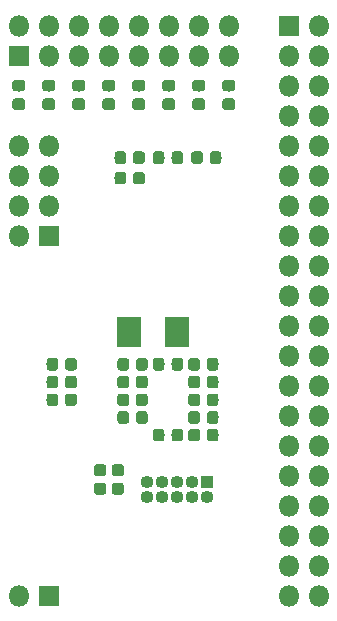
<source format=gbs>
G04 #@! TF.GenerationSoftware,KiCad,Pcbnew,5.0.0-rc2-unknown-dd436b6~65~ubuntu18.04.1*
G04 #@! TF.CreationDate,2018-06-27T22:19:06+02:00*
G04 #@! TF.ProjectId,raspi3-4xWS2812-lvds,7261737069332D34785753323831322D,rev?*
G04 #@! TF.SameCoordinates,Original*
G04 #@! TF.FileFunction,Soldermask,Bot*
G04 #@! TF.FilePolarity,Negative*
%FSLAX46Y46*%
G04 Gerber Fmt 4.6, Leading zero omitted, Abs format (unit mm)*
G04 Created by KiCad (PCBNEW 5.0.0-rc2-unknown-dd436b6~65~ubuntu18.04.1) date Wed Jun 27 22:19:06 2018*
%MOMM*%
%LPD*%
G01*
G04 APERTURE LIST*
%ADD10R,1.101600X1.101600*%
%ADD11O,1.101600X1.101600*%
%ADD12R,1.801600X1.801600*%
%ADD13O,1.801600X1.801600*%
%ADD14C,0.100000*%
%ADD15C,0.976600*%
%ADD16R,2.001600X2.501600*%
G04 APERTURE END LIST*
D10*
G04 #@! TO.C,J1*
X102300000Y-90700000D03*
D11*
X102300000Y-91970000D03*
X101030000Y-90700000D03*
X101030000Y-91970000D03*
X99760000Y-90700000D03*
X99760000Y-91970000D03*
X98490000Y-90700000D03*
X98490000Y-91970000D03*
X97220000Y-90700000D03*
X97220000Y-91970000D03*
G04 #@! TD*
D12*
G04 #@! TO.C,J3*
X86360000Y-54610000D03*
D13*
X86360000Y-52070000D03*
X88900000Y-54610000D03*
X88900000Y-52070000D03*
X91440000Y-54610000D03*
X91440000Y-52070000D03*
X93980000Y-54610000D03*
X93980000Y-52070000D03*
X96520000Y-54610000D03*
X96520000Y-52070000D03*
X99060000Y-54610000D03*
X99060000Y-52070000D03*
X101600000Y-54610000D03*
X101600000Y-52070000D03*
X104140000Y-54610000D03*
X104140000Y-52070000D03*
G04 #@! TD*
D14*
G04 #@! TO.C,C1*
G36*
X100055581Y-80225376D02*
X100079281Y-80228891D01*
X100102523Y-80234713D01*
X100125082Y-80242785D01*
X100146742Y-80253029D01*
X100167292Y-80265347D01*
X100186537Y-80279619D01*
X100204290Y-80295710D01*
X100220381Y-80313463D01*
X100234653Y-80332708D01*
X100246971Y-80353258D01*
X100257215Y-80374918D01*
X100265287Y-80397477D01*
X100271109Y-80420719D01*
X100274624Y-80444419D01*
X100275800Y-80468350D01*
X100275800Y-81031650D01*
X100274624Y-81055581D01*
X100271109Y-81079281D01*
X100265287Y-81102523D01*
X100257215Y-81125082D01*
X100246971Y-81146742D01*
X100234653Y-81167292D01*
X100220381Y-81186537D01*
X100204290Y-81204290D01*
X100186537Y-81220381D01*
X100167292Y-81234653D01*
X100146742Y-81246971D01*
X100125082Y-81257215D01*
X100102523Y-81265287D01*
X100079281Y-81271109D01*
X100055581Y-81274624D01*
X100031650Y-81275800D01*
X99543350Y-81275800D01*
X99519419Y-81274624D01*
X99495719Y-81271109D01*
X99472477Y-81265287D01*
X99449918Y-81257215D01*
X99428258Y-81246971D01*
X99407708Y-81234653D01*
X99388463Y-81220381D01*
X99370710Y-81204290D01*
X99354619Y-81186537D01*
X99340347Y-81167292D01*
X99328029Y-81146742D01*
X99317785Y-81125082D01*
X99309713Y-81102523D01*
X99303891Y-81079281D01*
X99300376Y-81055581D01*
X99299200Y-81031650D01*
X99299200Y-80468350D01*
X99300376Y-80444419D01*
X99303891Y-80420719D01*
X99309713Y-80397477D01*
X99317785Y-80374918D01*
X99328029Y-80353258D01*
X99340347Y-80332708D01*
X99354619Y-80313463D01*
X99370710Y-80295710D01*
X99388463Y-80279619D01*
X99407708Y-80265347D01*
X99428258Y-80253029D01*
X99449918Y-80242785D01*
X99472477Y-80234713D01*
X99495719Y-80228891D01*
X99519419Y-80225376D01*
X99543350Y-80224200D01*
X100031650Y-80224200D01*
X100055581Y-80225376D01*
X100055581Y-80225376D01*
G37*
D15*
X99787500Y-80750000D03*
D14*
G36*
X98480581Y-80225376D02*
X98504281Y-80228891D01*
X98527523Y-80234713D01*
X98550082Y-80242785D01*
X98571742Y-80253029D01*
X98592292Y-80265347D01*
X98611537Y-80279619D01*
X98629290Y-80295710D01*
X98645381Y-80313463D01*
X98659653Y-80332708D01*
X98671971Y-80353258D01*
X98682215Y-80374918D01*
X98690287Y-80397477D01*
X98696109Y-80420719D01*
X98699624Y-80444419D01*
X98700800Y-80468350D01*
X98700800Y-81031650D01*
X98699624Y-81055581D01*
X98696109Y-81079281D01*
X98690287Y-81102523D01*
X98682215Y-81125082D01*
X98671971Y-81146742D01*
X98659653Y-81167292D01*
X98645381Y-81186537D01*
X98629290Y-81204290D01*
X98611537Y-81220381D01*
X98592292Y-81234653D01*
X98571742Y-81246971D01*
X98550082Y-81257215D01*
X98527523Y-81265287D01*
X98504281Y-81271109D01*
X98480581Y-81274624D01*
X98456650Y-81275800D01*
X97968350Y-81275800D01*
X97944419Y-81274624D01*
X97920719Y-81271109D01*
X97897477Y-81265287D01*
X97874918Y-81257215D01*
X97853258Y-81246971D01*
X97832708Y-81234653D01*
X97813463Y-81220381D01*
X97795710Y-81204290D01*
X97779619Y-81186537D01*
X97765347Y-81167292D01*
X97753029Y-81146742D01*
X97742785Y-81125082D01*
X97734713Y-81102523D01*
X97728891Y-81079281D01*
X97725376Y-81055581D01*
X97724200Y-81031650D01*
X97724200Y-80468350D01*
X97725376Y-80444419D01*
X97728891Y-80420719D01*
X97734713Y-80397477D01*
X97742785Y-80374918D01*
X97753029Y-80353258D01*
X97765347Y-80332708D01*
X97779619Y-80313463D01*
X97795710Y-80295710D01*
X97813463Y-80279619D01*
X97832708Y-80265347D01*
X97853258Y-80253029D01*
X97874918Y-80242785D01*
X97897477Y-80234713D01*
X97920719Y-80228891D01*
X97944419Y-80225376D01*
X97968350Y-80224200D01*
X98456650Y-80224200D01*
X98480581Y-80225376D01*
X98480581Y-80225376D01*
G37*
D15*
X98212500Y-80750000D03*
G04 #@! TD*
D14*
G04 #@! TO.C,C2*
G36*
X97055581Y-80225376D02*
X97079281Y-80228891D01*
X97102523Y-80234713D01*
X97125082Y-80242785D01*
X97146742Y-80253029D01*
X97167292Y-80265347D01*
X97186537Y-80279619D01*
X97204290Y-80295710D01*
X97220381Y-80313463D01*
X97234653Y-80332708D01*
X97246971Y-80353258D01*
X97257215Y-80374918D01*
X97265287Y-80397477D01*
X97271109Y-80420719D01*
X97274624Y-80444419D01*
X97275800Y-80468350D01*
X97275800Y-81031650D01*
X97274624Y-81055581D01*
X97271109Y-81079281D01*
X97265287Y-81102523D01*
X97257215Y-81125082D01*
X97246971Y-81146742D01*
X97234653Y-81167292D01*
X97220381Y-81186537D01*
X97204290Y-81204290D01*
X97186537Y-81220381D01*
X97167292Y-81234653D01*
X97146742Y-81246971D01*
X97125082Y-81257215D01*
X97102523Y-81265287D01*
X97079281Y-81271109D01*
X97055581Y-81274624D01*
X97031650Y-81275800D01*
X96543350Y-81275800D01*
X96519419Y-81274624D01*
X96495719Y-81271109D01*
X96472477Y-81265287D01*
X96449918Y-81257215D01*
X96428258Y-81246971D01*
X96407708Y-81234653D01*
X96388463Y-81220381D01*
X96370710Y-81204290D01*
X96354619Y-81186537D01*
X96340347Y-81167292D01*
X96328029Y-81146742D01*
X96317785Y-81125082D01*
X96309713Y-81102523D01*
X96303891Y-81079281D01*
X96300376Y-81055581D01*
X96299200Y-81031650D01*
X96299200Y-80468350D01*
X96300376Y-80444419D01*
X96303891Y-80420719D01*
X96309713Y-80397477D01*
X96317785Y-80374918D01*
X96328029Y-80353258D01*
X96340347Y-80332708D01*
X96354619Y-80313463D01*
X96370710Y-80295710D01*
X96388463Y-80279619D01*
X96407708Y-80265347D01*
X96428258Y-80253029D01*
X96449918Y-80242785D01*
X96472477Y-80234713D01*
X96495719Y-80228891D01*
X96519419Y-80225376D01*
X96543350Y-80224200D01*
X97031650Y-80224200D01*
X97055581Y-80225376D01*
X97055581Y-80225376D01*
G37*
D15*
X96787500Y-80750000D03*
D14*
G36*
X95480581Y-80225376D02*
X95504281Y-80228891D01*
X95527523Y-80234713D01*
X95550082Y-80242785D01*
X95571742Y-80253029D01*
X95592292Y-80265347D01*
X95611537Y-80279619D01*
X95629290Y-80295710D01*
X95645381Y-80313463D01*
X95659653Y-80332708D01*
X95671971Y-80353258D01*
X95682215Y-80374918D01*
X95690287Y-80397477D01*
X95696109Y-80420719D01*
X95699624Y-80444419D01*
X95700800Y-80468350D01*
X95700800Y-81031650D01*
X95699624Y-81055581D01*
X95696109Y-81079281D01*
X95690287Y-81102523D01*
X95682215Y-81125082D01*
X95671971Y-81146742D01*
X95659653Y-81167292D01*
X95645381Y-81186537D01*
X95629290Y-81204290D01*
X95611537Y-81220381D01*
X95592292Y-81234653D01*
X95571742Y-81246971D01*
X95550082Y-81257215D01*
X95527523Y-81265287D01*
X95504281Y-81271109D01*
X95480581Y-81274624D01*
X95456650Y-81275800D01*
X94968350Y-81275800D01*
X94944419Y-81274624D01*
X94920719Y-81271109D01*
X94897477Y-81265287D01*
X94874918Y-81257215D01*
X94853258Y-81246971D01*
X94832708Y-81234653D01*
X94813463Y-81220381D01*
X94795710Y-81204290D01*
X94779619Y-81186537D01*
X94765347Y-81167292D01*
X94753029Y-81146742D01*
X94742785Y-81125082D01*
X94734713Y-81102523D01*
X94728891Y-81079281D01*
X94725376Y-81055581D01*
X94724200Y-81031650D01*
X94724200Y-80468350D01*
X94725376Y-80444419D01*
X94728891Y-80420719D01*
X94734713Y-80397477D01*
X94742785Y-80374918D01*
X94753029Y-80353258D01*
X94765347Y-80332708D01*
X94779619Y-80313463D01*
X94795710Y-80295710D01*
X94813463Y-80279619D01*
X94832708Y-80265347D01*
X94853258Y-80253029D01*
X94874918Y-80242785D01*
X94897477Y-80234713D01*
X94920719Y-80228891D01*
X94944419Y-80225376D01*
X94968350Y-80224200D01*
X95456650Y-80224200D01*
X95480581Y-80225376D01*
X95480581Y-80225376D01*
G37*
D15*
X95212500Y-80750000D03*
G04 #@! TD*
D14*
G04 #@! TO.C,C3*
G36*
X95480581Y-81725376D02*
X95504281Y-81728891D01*
X95527523Y-81734713D01*
X95550082Y-81742785D01*
X95571742Y-81753029D01*
X95592292Y-81765347D01*
X95611537Y-81779619D01*
X95629290Y-81795710D01*
X95645381Y-81813463D01*
X95659653Y-81832708D01*
X95671971Y-81853258D01*
X95682215Y-81874918D01*
X95690287Y-81897477D01*
X95696109Y-81920719D01*
X95699624Y-81944419D01*
X95700800Y-81968350D01*
X95700800Y-82531650D01*
X95699624Y-82555581D01*
X95696109Y-82579281D01*
X95690287Y-82602523D01*
X95682215Y-82625082D01*
X95671971Y-82646742D01*
X95659653Y-82667292D01*
X95645381Y-82686537D01*
X95629290Y-82704290D01*
X95611537Y-82720381D01*
X95592292Y-82734653D01*
X95571742Y-82746971D01*
X95550082Y-82757215D01*
X95527523Y-82765287D01*
X95504281Y-82771109D01*
X95480581Y-82774624D01*
X95456650Y-82775800D01*
X94968350Y-82775800D01*
X94944419Y-82774624D01*
X94920719Y-82771109D01*
X94897477Y-82765287D01*
X94874918Y-82757215D01*
X94853258Y-82746971D01*
X94832708Y-82734653D01*
X94813463Y-82720381D01*
X94795710Y-82704290D01*
X94779619Y-82686537D01*
X94765347Y-82667292D01*
X94753029Y-82646742D01*
X94742785Y-82625082D01*
X94734713Y-82602523D01*
X94728891Y-82579281D01*
X94725376Y-82555581D01*
X94724200Y-82531650D01*
X94724200Y-81968350D01*
X94725376Y-81944419D01*
X94728891Y-81920719D01*
X94734713Y-81897477D01*
X94742785Y-81874918D01*
X94753029Y-81853258D01*
X94765347Y-81832708D01*
X94779619Y-81813463D01*
X94795710Y-81795710D01*
X94813463Y-81779619D01*
X94832708Y-81765347D01*
X94853258Y-81753029D01*
X94874918Y-81742785D01*
X94897477Y-81734713D01*
X94920719Y-81728891D01*
X94944419Y-81725376D01*
X94968350Y-81724200D01*
X95456650Y-81724200D01*
X95480581Y-81725376D01*
X95480581Y-81725376D01*
G37*
D15*
X95212500Y-82250000D03*
D14*
G36*
X97055581Y-81725376D02*
X97079281Y-81728891D01*
X97102523Y-81734713D01*
X97125082Y-81742785D01*
X97146742Y-81753029D01*
X97167292Y-81765347D01*
X97186537Y-81779619D01*
X97204290Y-81795710D01*
X97220381Y-81813463D01*
X97234653Y-81832708D01*
X97246971Y-81853258D01*
X97257215Y-81874918D01*
X97265287Y-81897477D01*
X97271109Y-81920719D01*
X97274624Y-81944419D01*
X97275800Y-81968350D01*
X97275800Y-82531650D01*
X97274624Y-82555581D01*
X97271109Y-82579281D01*
X97265287Y-82602523D01*
X97257215Y-82625082D01*
X97246971Y-82646742D01*
X97234653Y-82667292D01*
X97220381Y-82686537D01*
X97204290Y-82704290D01*
X97186537Y-82720381D01*
X97167292Y-82734653D01*
X97146742Y-82746971D01*
X97125082Y-82757215D01*
X97102523Y-82765287D01*
X97079281Y-82771109D01*
X97055581Y-82774624D01*
X97031650Y-82775800D01*
X96543350Y-82775800D01*
X96519419Y-82774624D01*
X96495719Y-82771109D01*
X96472477Y-82765287D01*
X96449918Y-82757215D01*
X96428258Y-82746971D01*
X96407708Y-82734653D01*
X96388463Y-82720381D01*
X96370710Y-82704290D01*
X96354619Y-82686537D01*
X96340347Y-82667292D01*
X96328029Y-82646742D01*
X96317785Y-82625082D01*
X96309713Y-82602523D01*
X96303891Y-82579281D01*
X96300376Y-82555581D01*
X96299200Y-82531650D01*
X96299200Y-81968350D01*
X96300376Y-81944419D01*
X96303891Y-81920719D01*
X96309713Y-81897477D01*
X96317785Y-81874918D01*
X96328029Y-81853258D01*
X96340347Y-81832708D01*
X96354619Y-81813463D01*
X96370710Y-81795710D01*
X96388463Y-81779619D01*
X96407708Y-81765347D01*
X96428258Y-81753029D01*
X96449918Y-81742785D01*
X96472477Y-81734713D01*
X96495719Y-81728891D01*
X96519419Y-81725376D01*
X96543350Y-81724200D01*
X97031650Y-81724200D01*
X97055581Y-81725376D01*
X97055581Y-81725376D01*
G37*
D15*
X96787500Y-82250000D03*
G04 #@! TD*
D14*
G04 #@! TO.C,C4*
G36*
X97055581Y-83225376D02*
X97079281Y-83228891D01*
X97102523Y-83234713D01*
X97125082Y-83242785D01*
X97146742Y-83253029D01*
X97167292Y-83265347D01*
X97186537Y-83279619D01*
X97204290Y-83295710D01*
X97220381Y-83313463D01*
X97234653Y-83332708D01*
X97246971Y-83353258D01*
X97257215Y-83374918D01*
X97265287Y-83397477D01*
X97271109Y-83420719D01*
X97274624Y-83444419D01*
X97275800Y-83468350D01*
X97275800Y-84031650D01*
X97274624Y-84055581D01*
X97271109Y-84079281D01*
X97265287Y-84102523D01*
X97257215Y-84125082D01*
X97246971Y-84146742D01*
X97234653Y-84167292D01*
X97220381Y-84186537D01*
X97204290Y-84204290D01*
X97186537Y-84220381D01*
X97167292Y-84234653D01*
X97146742Y-84246971D01*
X97125082Y-84257215D01*
X97102523Y-84265287D01*
X97079281Y-84271109D01*
X97055581Y-84274624D01*
X97031650Y-84275800D01*
X96543350Y-84275800D01*
X96519419Y-84274624D01*
X96495719Y-84271109D01*
X96472477Y-84265287D01*
X96449918Y-84257215D01*
X96428258Y-84246971D01*
X96407708Y-84234653D01*
X96388463Y-84220381D01*
X96370710Y-84204290D01*
X96354619Y-84186537D01*
X96340347Y-84167292D01*
X96328029Y-84146742D01*
X96317785Y-84125082D01*
X96309713Y-84102523D01*
X96303891Y-84079281D01*
X96300376Y-84055581D01*
X96299200Y-84031650D01*
X96299200Y-83468350D01*
X96300376Y-83444419D01*
X96303891Y-83420719D01*
X96309713Y-83397477D01*
X96317785Y-83374918D01*
X96328029Y-83353258D01*
X96340347Y-83332708D01*
X96354619Y-83313463D01*
X96370710Y-83295710D01*
X96388463Y-83279619D01*
X96407708Y-83265347D01*
X96428258Y-83253029D01*
X96449918Y-83242785D01*
X96472477Y-83234713D01*
X96495719Y-83228891D01*
X96519419Y-83225376D01*
X96543350Y-83224200D01*
X97031650Y-83224200D01*
X97055581Y-83225376D01*
X97055581Y-83225376D01*
G37*
D15*
X96787500Y-83750000D03*
D14*
G36*
X95480581Y-83225376D02*
X95504281Y-83228891D01*
X95527523Y-83234713D01*
X95550082Y-83242785D01*
X95571742Y-83253029D01*
X95592292Y-83265347D01*
X95611537Y-83279619D01*
X95629290Y-83295710D01*
X95645381Y-83313463D01*
X95659653Y-83332708D01*
X95671971Y-83353258D01*
X95682215Y-83374918D01*
X95690287Y-83397477D01*
X95696109Y-83420719D01*
X95699624Y-83444419D01*
X95700800Y-83468350D01*
X95700800Y-84031650D01*
X95699624Y-84055581D01*
X95696109Y-84079281D01*
X95690287Y-84102523D01*
X95682215Y-84125082D01*
X95671971Y-84146742D01*
X95659653Y-84167292D01*
X95645381Y-84186537D01*
X95629290Y-84204290D01*
X95611537Y-84220381D01*
X95592292Y-84234653D01*
X95571742Y-84246971D01*
X95550082Y-84257215D01*
X95527523Y-84265287D01*
X95504281Y-84271109D01*
X95480581Y-84274624D01*
X95456650Y-84275800D01*
X94968350Y-84275800D01*
X94944419Y-84274624D01*
X94920719Y-84271109D01*
X94897477Y-84265287D01*
X94874918Y-84257215D01*
X94853258Y-84246971D01*
X94832708Y-84234653D01*
X94813463Y-84220381D01*
X94795710Y-84204290D01*
X94779619Y-84186537D01*
X94765347Y-84167292D01*
X94753029Y-84146742D01*
X94742785Y-84125082D01*
X94734713Y-84102523D01*
X94728891Y-84079281D01*
X94725376Y-84055581D01*
X94724200Y-84031650D01*
X94724200Y-83468350D01*
X94725376Y-83444419D01*
X94728891Y-83420719D01*
X94734713Y-83397477D01*
X94742785Y-83374918D01*
X94753029Y-83353258D01*
X94765347Y-83332708D01*
X94779619Y-83313463D01*
X94795710Y-83295710D01*
X94813463Y-83279619D01*
X94832708Y-83265347D01*
X94853258Y-83253029D01*
X94874918Y-83242785D01*
X94897477Y-83234713D01*
X94920719Y-83228891D01*
X94944419Y-83225376D01*
X94968350Y-83224200D01*
X95456650Y-83224200D01*
X95480581Y-83225376D01*
X95480581Y-83225376D01*
G37*
D15*
X95212500Y-83750000D03*
G04 #@! TD*
D14*
G04 #@! TO.C,C5*
G36*
X103055581Y-83225376D02*
X103079281Y-83228891D01*
X103102523Y-83234713D01*
X103125082Y-83242785D01*
X103146742Y-83253029D01*
X103167292Y-83265347D01*
X103186537Y-83279619D01*
X103204290Y-83295710D01*
X103220381Y-83313463D01*
X103234653Y-83332708D01*
X103246971Y-83353258D01*
X103257215Y-83374918D01*
X103265287Y-83397477D01*
X103271109Y-83420719D01*
X103274624Y-83444419D01*
X103275800Y-83468350D01*
X103275800Y-84031650D01*
X103274624Y-84055581D01*
X103271109Y-84079281D01*
X103265287Y-84102523D01*
X103257215Y-84125082D01*
X103246971Y-84146742D01*
X103234653Y-84167292D01*
X103220381Y-84186537D01*
X103204290Y-84204290D01*
X103186537Y-84220381D01*
X103167292Y-84234653D01*
X103146742Y-84246971D01*
X103125082Y-84257215D01*
X103102523Y-84265287D01*
X103079281Y-84271109D01*
X103055581Y-84274624D01*
X103031650Y-84275800D01*
X102543350Y-84275800D01*
X102519419Y-84274624D01*
X102495719Y-84271109D01*
X102472477Y-84265287D01*
X102449918Y-84257215D01*
X102428258Y-84246971D01*
X102407708Y-84234653D01*
X102388463Y-84220381D01*
X102370710Y-84204290D01*
X102354619Y-84186537D01*
X102340347Y-84167292D01*
X102328029Y-84146742D01*
X102317785Y-84125082D01*
X102309713Y-84102523D01*
X102303891Y-84079281D01*
X102300376Y-84055581D01*
X102299200Y-84031650D01*
X102299200Y-83468350D01*
X102300376Y-83444419D01*
X102303891Y-83420719D01*
X102309713Y-83397477D01*
X102317785Y-83374918D01*
X102328029Y-83353258D01*
X102340347Y-83332708D01*
X102354619Y-83313463D01*
X102370710Y-83295710D01*
X102388463Y-83279619D01*
X102407708Y-83265347D01*
X102428258Y-83253029D01*
X102449918Y-83242785D01*
X102472477Y-83234713D01*
X102495719Y-83228891D01*
X102519419Y-83225376D01*
X102543350Y-83224200D01*
X103031650Y-83224200D01*
X103055581Y-83225376D01*
X103055581Y-83225376D01*
G37*
D15*
X102787500Y-83750000D03*
D14*
G36*
X101480581Y-83225376D02*
X101504281Y-83228891D01*
X101527523Y-83234713D01*
X101550082Y-83242785D01*
X101571742Y-83253029D01*
X101592292Y-83265347D01*
X101611537Y-83279619D01*
X101629290Y-83295710D01*
X101645381Y-83313463D01*
X101659653Y-83332708D01*
X101671971Y-83353258D01*
X101682215Y-83374918D01*
X101690287Y-83397477D01*
X101696109Y-83420719D01*
X101699624Y-83444419D01*
X101700800Y-83468350D01*
X101700800Y-84031650D01*
X101699624Y-84055581D01*
X101696109Y-84079281D01*
X101690287Y-84102523D01*
X101682215Y-84125082D01*
X101671971Y-84146742D01*
X101659653Y-84167292D01*
X101645381Y-84186537D01*
X101629290Y-84204290D01*
X101611537Y-84220381D01*
X101592292Y-84234653D01*
X101571742Y-84246971D01*
X101550082Y-84257215D01*
X101527523Y-84265287D01*
X101504281Y-84271109D01*
X101480581Y-84274624D01*
X101456650Y-84275800D01*
X100968350Y-84275800D01*
X100944419Y-84274624D01*
X100920719Y-84271109D01*
X100897477Y-84265287D01*
X100874918Y-84257215D01*
X100853258Y-84246971D01*
X100832708Y-84234653D01*
X100813463Y-84220381D01*
X100795710Y-84204290D01*
X100779619Y-84186537D01*
X100765347Y-84167292D01*
X100753029Y-84146742D01*
X100742785Y-84125082D01*
X100734713Y-84102523D01*
X100728891Y-84079281D01*
X100725376Y-84055581D01*
X100724200Y-84031650D01*
X100724200Y-83468350D01*
X100725376Y-83444419D01*
X100728891Y-83420719D01*
X100734713Y-83397477D01*
X100742785Y-83374918D01*
X100753029Y-83353258D01*
X100765347Y-83332708D01*
X100779619Y-83313463D01*
X100795710Y-83295710D01*
X100813463Y-83279619D01*
X100832708Y-83265347D01*
X100853258Y-83253029D01*
X100874918Y-83242785D01*
X100897477Y-83234713D01*
X100920719Y-83228891D01*
X100944419Y-83225376D01*
X100968350Y-83224200D01*
X101456650Y-83224200D01*
X101480581Y-83225376D01*
X101480581Y-83225376D01*
G37*
D15*
X101212500Y-83750000D03*
G04 #@! TD*
D14*
G04 #@! TO.C,C6*
G36*
X97055581Y-84725376D02*
X97079281Y-84728891D01*
X97102523Y-84734713D01*
X97125082Y-84742785D01*
X97146742Y-84753029D01*
X97167292Y-84765347D01*
X97186537Y-84779619D01*
X97204290Y-84795710D01*
X97220381Y-84813463D01*
X97234653Y-84832708D01*
X97246971Y-84853258D01*
X97257215Y-84874918D01*
X97265287Y-84897477D01*
X97271109Y-84920719D01*
X97274624Y-84944419D01*
X97275800Y-84968350D01*
X97275800Y-85531650D01*
X97274624Y-85555581D01*
X97271109Y-85579281D01*
X97265287Y-85602523D01*
X97257215Y-85625082D01*
X97246971Y-85646742D01*
X97234653Y-85667292D01*
X97220381Y-85686537D01*
X97204290Y-85704290D01*
X97186537Y-85720381D01*
X97167292Y-85734653D01*
X97146742Y-85746971D01*
X97125082Y-85757215D01*
X97102523Y-85765287D01*
X97079281Y-85771109D01*
X97055581Y-85774624D01*
X97031650Y-85775800D01*
X96543350Y-85775800D01*
X96519419Y-85774624D01*
X96495719Y-85771109D01*
X96472477Y-85765287D01*
X96449918Y-85757215D01*
X96428258Y-85746971D01*
X96407708Y-85734653D01*
X96388463Y-85720381D01*
X96370710Y-85704290D01*
X96354619Y-85686537D01*
X96340347Y-85667292D01*
X96328029Y-85646742D01*
X96317785Y-85625082D01*
X96309713Y-85602523D01*
X96303891Y-85579281D01*
X96300376Y-85555581D01*
X96299200Y-85531650D01*
X96299200Y-84968350D01*
X96300376Y-84944419D01*
X96303891Y-84920719D01*
X96309713Y-84897477D01*
X96317785Y-84874918D01*
X96328029Y-84853258D01*
X96340347Y-84832708D01*
X96354619Y-84813463D01*
X96370710Y-84795710D01*
X96388463Y-84779619D01*
X96407708Y-84765347D01*
X96428258Y-84753029D01*
X96449918Y-84742785D01*
X96472477Y-84734713D01*
X96495719Y-84728891D01*
X96519419Y-84725376D01*
X96543350Y-84724200D01*
X97031650Y-84724200D01*
X97055581Y-84725376D01*
X97055581Y-84725376D01*
G37*
D15*
X96787500Y-85250000D03*
D14*
G36*
X95480581Y-84725376D02*
X95504281Y-84728891D01*
X95527523Y-84734713D01*
X95550082Y-84742785D01*
X95571742Y-84753029D01*
X95592292Y-84765347D01*
X95611537Y-84779619D01*
X95629290Y-84795710D01*
X95645381Y-84813463D01*
X95659653Y-84832708D01*
X95671971Y-84853258D01*
X95682215Y-84874918D01*
X95690287Y-84897477D01*
X95696109Y-84920719D01*
X95699624Y-84944419D01*
X95700800Y-84968350D01*
X95700800Y-85531650D01*
X95699624Y-85555581D01*
X95696109Y-85579281D01*
X95690287Y-85602523D01*
X95682215Y-85625082D01*
X95671971Y-85646742D01*
X95659653Y-85667292D01*
X95645381Y-85686537D01*
X95629290Y-85704290D01*
X95611537Y-85720381D01*
X95592292Y-85734653D01*
X95571742Y-85746971D01*
X95550082Y-85757215D01*
X95527523Y-85765287D01*
X95504281Y-85771109D01*
X95480581Y-85774624D01*
X95456650Y-85775800D01*
X94968350Y-85775800D01*
X94944419Y-85774624D01*
X94920719Y-85771109D01*
X94897477Y-85765287D01*
X94874918Y-85757215D01*
X94853258Y-85746971D01*
X94832708Y-85734653D01*
X94813463Y-85720381D01*
X94795710Y-85704290D01*
X94779619Y-85686537D01*
X94765347Y-85667292D01*
X94753029Y-85646742D01*
X94742785Y-85625082D01*
X94734713Y-85602523D01*
X94728891Y-85579281D01*
X94725376Y-85555581D01*
X94724200Y-85531650D01*
X94724200Y-84968350D01*
X94725376Y-84944419D01*
X94728891Y-84920719D01*
X94734713Y-84897477D01*
X94742785Y-84874918D01*
X94753029Y-84853258D01*
X94765347Y-84832708D01*
X94779619Y-84813463D01*
X94795710Y-84795710D01*
X94813463Y-84779619D01*
X94832708Y-84765347D01*
X94853258Y-84753029D01*
X94874918Y-84742785D01*
X94897477Y-84734713D01*
X94920719Y-84728891D01*
X94944419Y-84725376D01*
X94968350Y-84724200D01*
X95456650Y-84724200D01*
X95480581Y-84725376D01*
X95480581Y-84725376D01*
G37*
D15*
X95212500Y-85250000D03*
G04 #@! TD*
D14*
G04 #@! TO.C,C7*
G36*
X101480581Y-81725376D02*
X101504281Y-81728891D01*
X101527523Y-81734713D01*
X101550082Y-81742785D01*
X101571742Y-81753029D01*
X101592292Y-81765347D01*
X101611537Y-81779619D01*
X101629290Y-81795710D01*
X101645381Y-81813463D01*
X101659653Y-81832708D01*
X101671971Y-81853258D01*
X101682215Y-81874918D01*
X101690287Y-81897477D01*
X101696109Y-81920719D01*
X101699624Y-81944419D01*
X101700800Y-81968350D01*
X101700800Y-82531650D01*
X101699624Y-82555581D01*
X101696109Y-82579281D01*
X101690287Y-82602523D01*
X101682215Y-82625082D01*
X101671971Y-82646742D01*
X101659653Y-82667292D01*
X101645381Y-82686537D01*
X101629290Y-82704290D01*
X101611537Y-82720381D01*
X101592292Y-82734653D01*
X101571742Y-82746971D01*
X101550082Y-82757215D01*
X101527523Y-82765287D01*
X101504281Y-82771109D01*
X101480581Y-82774624D01*
X101456650Y-82775800D01*
X100968350Y-82775800D01*
X100944419Y-82774624D01*
X100920719Y-82771109D01*
X100897477Y-82765287D01*
X100874918Y-82757215D01*
X100853258Y-82746971D01*
X100832708Y-82734653D01*
X100813463Y-82720381D01*
X100795710Y-82704290D01*
X100779619Y-82686537D01*
X100765347Y-82667292D01*
X100753029Y-82646742D01*
X100742785Y-82625082D01*
X100734713Y-82602523D01*
X100728891Y-82579281D01*
X100725376Y-82555581D01*
X100724200Y-82531650D01*
X100724200Y-81968350D01*
X100725376Y-81944419D01*
X100728891Y-81920719D01*
X100734713Y-81897477D01*
X100742785Y-81874918D01*
X100753029Y-81853258D01*
X100765347Y-81832708D01*
X100779619Y-81813463D01*
X100795710Y-81795710D01*
X100813463Y-81779619D01*
X100832708Y-81765347D01*
X100853258Y-81753029D01*
X100874918Y-81742785D01*
X100897477Y-81734713D01*
X100920719Y-81728891D01*
X100944419Y-81725376D01*
X100968350Y-81724200D01*
X101456650Y-81724200D01*
X101480581Y-81725376D01*
X101480581Y-81725376D01*
G37*
D15*
X101212500Y-82250000D03*
D14*
G36*
X103055581Y-81725376D02*
X103079281Y-81728891D01*
X103102523Y-81734713D01*
X103125082Y-81742785D01*
X103146742Y-81753029D01*
X103167292Y-81765347D01*
X103186537Y-81779619D01*
X103204290Y-81795710D01*
X103220381Y-81813463D01*
X103234653Y-81832708D01*
X103246971Y-81853258D01*
X103257215Y-81874918D01*
X103265287Y-81897477D01*
X103271109Y-81920719D01*
X103274624Y-81944419D01*
X103275800Y-81968350D01*
X103275800Y-82531650D01*
X103274624Y-82555581D01*
X103271109Y-82579281D01*
X103265287Y-82602523D01*
X103257215Y-82625082D01*
X103246971Y-82646742D01*
X103234653Y-82667292D01*
X103220381Y-82686537D01*
X103204290Y-82704290D01*
X103186537Y-82720381D01*
X103167292Y-82734653D01*
X103146742Y-82746971D01*
X103125082Y-82757215D01*
X103102523Y-82765287D01*
X103079281Y-82771109D01*
X103055581Y-82774624D01*
X103031650Y-82775800D01*
X102543350Y-82775800D01*
X102519419Y-82774624D01*
X102495719Y-82771109D01*
X102472477Y-82765287D01*
X102449918Y-82757215D01*
X102428258Y-82746971D01*
X102407708Y-82734653D01*
X102388463Y-82720381D01*
X102370710Y-82704290D01*
X102354619Y-82686537D01*
X102340347Y-82667292D01*
X102328029Y-82646742D01*
X102317785Y-82625082D01*
X102309713Y-82602523D01*
X102303891Y-82579281D01*
X102300376Y-82555581D01*
X102299200Y-82531650D01*
X102299200Y-81968350D01*
X102300376Y-81944419D01*
X102303891Y-81920719D01*
X102309713Y-81897477D01*
X102317785Y-81874918D01*
X102328029Y-81853258D01*
X102340347Y-81832708D01*
X102354619Y-81813463D01*
X102370710Y-81795710D01*
X102388463Y-81779619D01*
X102407708Y-81765347D01*
X102428258Y-81753029D01*
X102449918Y-81742785D01*
X102472477Y-81734713D01*
X102495719Y-81728891D01*
X102519419Y-81725376D01*
X102543350Y-81724200D01*
X103031650Y-81724200D01*
X103055581Y-81725376D01*
X103055581Y-81725376D01*
G37*
D15*
X102787500Y-82250000D03*
G04 #@! TD*
D14*
G04 #@! TO.C,C8*
G36*
X103055581Y-84725376D02*
X103079281Y-84728891D01*
X103102523Y-84734713D01*
X103125082Y-84742785D01*
X103146742Y-84753029D01*
X103167292Y-84765347D01*
X103186537Y-84779619D01*
X103204290Y-84795710D01*
X103220381Y-84813463D01*
X103234653Y-84832708D01*
X103246971Y-84853258D01*
X103257215Y-84874918D01*
X103265287Y-84897477D01*
X103271109Y-84920719D01*
X103274624Y-84944419D01*
X103275800Y-84968350D01*
X103275800Y-85531650D01*
X103274624Y-85555581D01*
X103271109Y-85579281D01*
X103265287Y-85602523D01*
X103257215Y-85625082D01*
X103246971Y-85646742D01*
X103234653Y-85667292D01*
X103220381Y-85686537D01*
X103204290Y-85704290D01*
X103186537Y-85720381D01*
X103167292Y-85734653D01*
X103146742Y-85746971D01*
X103125082Y-85757215D01*
X103102523Y-85765287D01*
X103079281Y-85771109D01*
X103055581Y-85774624D01*
X103031650Y-85775800D01*
X102543350Y-85775800D01*
X102519419Y-85774624D01*
X102495719Y-85771109D01*
X102472477Y-85765287D01*
X102449918Y-85757215D01*
X102428258Y-85746971D01*
X102407708Y-85734653D01*
X102388463Y-85720381D01*
X102370710Y-85704290D01*
X102354619Y-85686537D01*
X102340347Y-85667292D01*
X102328029Y-85646742D01*
X102317785Y-85625082D01*
X102309713Y-85602523D01*
X102303891Y-85579281D01*
X102300376Y-85555581D01*
X102299200Y-85531650D01*
X102299200Y-84968350D01*
X102300376Y-84944419D01*
X102303891Y-84920719D01*
X102309713Y-84897477D01*
X102317785Y-84874918D01*
X102328029Y-84853258D01*
X102340347Y-84832708D01*
X102354619Y-84813463D01*
X102370710Y-84795710D01*
X102388463Y-84779619D01*
X102407708Y-84765347D01*
X102428258Y-84753029D01*
X102449918Y-84742785D01*
X102472477Y-84734713D01*
X102495719Y-84728891D01*
X102519419Y-84725376D01*
X102543350Y-84724200D01*
X103031650Y-84724200D01*
X103055581Y-84725376D01*
X103055581Y-84725376D01*
G37*
D15*
X102787500Y-85250000D03*
D14*
G36*
X101480581Y-84725376D02*
X101504281Y-84728891D01*
X101527523Y-84734713D01*
X101550082Y-84742785D01*
X101571742Y-84753029D01*
X101592292Y-84765347D01*
X101611537Y-84779619D01*
X101629290Y-84795710D01*
X101645381Y-84813463D01*
X101659653Y-84832708D01*
X101671971Y-84853258D01*
X101682215Y-84874918D01*
X101690287Y-84897477D01*
X101696109Y-84920719D01*
X101699624Y-84944419D01*
X101700800Y-84968350D01*
X101700800Y-85531650D01*
X101699624Y-85555581D01*
X101696109Y-85579281D01*
X101690287Y-85602523D01*
X101682215Y-85625082D01*
X101671971Y-85646742D01*
X101659653Y-85667292D01*
X101645381Y-85686537D01*
X101629290Y-85704290D01*
X101611537Y-85720381D01*
X101592292Y-85734653D01*
X101571742Y-85746971D01*
X101550082Y-85757215D01*
X101527523Y-85765287D01*
X101504281Y-85771109D01*
X101480581Y-85774624D01*
X101456650Y-85775800D01*
X100968350Y-85775800D01*
X100944419Y-85774624D01*
X100920719Y-85771109D01*
X100897477Y-85765287D01*
X100874918Y-85757215D01*
X100853258Y-85746971D01*
X100832708Y-85734653D01*
X100813463Y-85720381D01*
X100795710Y-85704290D01*
X100779619Y-85686537D01*
X100765347Y-85667292D01*
X100753029Y-85646742D01*
X100742785Y-85625082D01*
X100734713Y-85602523D01*
X100728891Y-85579281D01*
X100725376Y-85555581D01*
X100724200Y-85531650D01*
X100724200Y-84968350D01*
X100725376Y-84944419D01*
X100728891Y-84920719D01*
X100734713Y-84897477D01*
X100742785Y-84874918D01*
X100753029Y-84853258D01*
X100765347Y-84832708D01*
X100779619Y-84813463D01*
X100795710Y-84795710D01*
X100813463Y-84779619D01*
X100832708Y-84765347D01*
X100853258Y-84753029D01*
X100874918Y-84742785D01*
X100897477Y-84734713D01*
X100920719Y-84728891D01*
X100944419Y-84725376D01*
X100968350Y-84724200D01*
X101456650Y-84724200D01*
X101480581Y-84725376D01*
X101480581Y-84725376D01*
G37*
D15*
X101212500Y-85250000D03*
G04 #@! TD*
D14*
G04 #@! TO.C,C9*
G36*
X101480581Y-80225376D02*
X101504281Y-80228891D01*
X101527523Y-80234713D01*
X101550082Y-80242785D01*
X101571742Y-80253029D01*
X101592292Y-80265347D01*
X101611537Y-80279619D01*
X101629290Y-80295710D01*
X101645381Y-80313463D01*
X101659653Y-80332708D01*
X101671971Y-80353258D01*
X101682215Y-80374918D01*
X101690287Y-80397477D01*
X101696109Y-80420719D01*
X101699624Y-80444419D01*
X101700800Y-80468350D01*
X101700800Y-81031650D01*
X101699624Y-81055581D01*
X101696109Y-81079281D01*
X101690287Y-81102523D01*
X101682215Y-81125082D01*
X101671971Y-81146742D01*
X101659653Y-81167292D01*
X101645381Y-81186537D01*
X101629290Y-81204290D01*
X101611537Y-81220381D01*
X101592292Y-81234653D01*
X101571742Y-81246971D01*
X101550082Y-81257215D01*
X101527523Y-81265287D01*
X101504281Y-81271109D01*
X101480581Y-81274624D01*
X101456650Y-81275800D01*
X100968350Y-81275800D01*
X100944419Y-81274624D01*
X100920719Y-81271109D01*
X100897477Y-81265287D01*
X100874918Y-81257215D01*
X100853258Y-81246971D01*
X100832708Y-81234653D01*
X100813463Y-81220381D01*
X100795710Y-81204290D01*
X100779619Y-81186537D01*
X100765347Y-81167292D01*
X100753029Y-81146742D01*
X100742785Y-81125082D01*
X100734713Y-81102523D01*
X100728891Y-81079281D01*
X100725376Y-81055581D01*
X100724200Y-81031650D01*
X100724200Y-80468350D01*
X100725376Y-80444419D01*
X100728891Y-80420719D01*
X100734713Y-80397477D01*
X100742785Y-80374918D01*
X100753029Y-80353258D01*
X100765347Y-80332708D01*
X100779619Y-80313463D01*
X100795710Y-80295710D01*
X100813463Y-80279619D01*
X100832708Y-80265347D01*
X100853258Y-80253029D01*
X100874918Y-80242785D01*
X100897477Y-80234713D01*
X100920719Y-80228891D01*
X100944419Y-80225376D01*
X100968350Y-80224200D01*
X101456650Y-80224200D01*
X101480581Y-80225376D01*
X101480581Y-80225376D01*
G37*
D15*
X101212500Y-80750000D03*
D14*
G36*
X103055581Y-80225376D02*
X103079281Y-80228891D01*
X103102523Y-80234713D01*
X103125082Y-80242785D01*
X103146742Y-80253029D01*
X103167292Y-80265347D01*
X103186537Y-80279619D01*
X103204290Y-80295710D01*
X103220381Y-80313463D01*
X103234653Y-80332708D01*
X103246971Y-80353258D01*
X103257215Y-80374918D01*
X103265287Y-80397477D01*
X103271109Y-80420719D01*
X103274624Y-80444419D01*
X103275800Y-80468350D01*
X103275800Y-81031650D01*
X103274624Y-81055581D01*
X103271109Y-81079281D01*
X103265287Y-81102523D01*
X103257215Y-81125082D01*
X103246971Y-81146742D01*
X103234653Y-81167292D01*
X103220381Y-81186537D01*
X103204290Y-81204290D01*
X103186537Y-81220381D01*
X103167292Y-81234653D01*
X103146742Y-81246971D01*
X103125082Y-81257215D01*
X103102523Y-81265287D01*
X103079281Y-81271109D01*
X103055581Y-81274624D01*
X103031650Y-81275800D01*
X102543350Y-81275800D01*
X102519419Y-81274624D01*
X102495719Y-81271109D01*
X102472477Y-81265287D01*
X102449918Y-81257215D01*
X102428258Y-81246971D01*
X102407708Y-81234653D01*
X102388463Y-81220381D01*
X102370710Y-81204290D01*
X102354619Y-81186537D01*
X102340347Y-81167292D01*
X102328029Y-81146742D01*
X102317785Y-81125082D01*
X102309713Y-81102523D01*
X102303891Y-81079281D01*
X102300376Y-81055581D01*
X102299200Y-81031650D01*
X102299200Y-80468350D01*
X102300376Y-80444419D01*
X102303891Y-80420719D01*
X102309713Y-80397477D01*
X102317785Y-80374918D01*
X102328029Y-80353258D01*
X102340347Y-80332708D01*
X102354619Y-80313463D01*
X102370710Y-80295710D01*
X102388463Y-80279619D01*
X102407708Y-80265347D01*
X102428258Y-80253029D01*
X102449918Y-80242785D01*
X102472477Y-80234713D01*
X102495719Y-80228891D01*
X102519419Y-80225376D01*
X102543350Y-80224200D01*
X103031650Y-80224200D01*
X103055581Y-80225376D01*
X103055581Y-80225376D01*
G37*
D15*
X102787500Y-80750000D03*
G04 #@! TD*
D14*
G04 #@! TO.C,C10*
G36*
X101730581Y-62725376D02*
X101754281Y-62728891D01*
X101777523Y-62734713D01*
X101800082Y-62742785D01*
X101821742Y-62753029D01*
X101842292Y-62765347D01*
X101861537Y-62779619D01*
X101879290Y-62795710D01*
X101895381Y-62813463D01*
X101909653Y-62832708D01*
X101921971Y-62853258D01*
X101932215Y-62874918D01*
X101940287Y-62897477D01*
X101946109Y-62920719D01*
X101949624Y-62944419D01*
X101950800Y-62968350D01*
X101950800Y-63531650D01*
X101949624Y-63555581D01*
X101946109Y-63579281D01*
X101940287Y-63602523D01*
X101932215Y-63625082D01*
X101921971Y-63646742D01*
X101909653Y-63667292D01*
X101895381Y-63686537D01*
X101879290Y-63704290D01*
X101861537Y-63720381D01*
X101842292Y-63734653D01*
X101821742Y-63746971D01*
X101800082Y-63757215D01*
X101777523Y-63765287D01*
X101754281Y-63771109D01*
X101730581Y-63774624D01*
X101706650Y-63775800D01*
X101218350Y-63775800D01*
X101194419Y-63774624D01*
X101170719Y-63771109D01*
X101147477Y-63765287D01*
X101124918Y-63757215D01*
X101103258Y-63746971D01*
X101082708Y-63734653D01*
X101063463Y-63720381D01*
X101045710Y-63704290D01*
X101029619Y-63686537D01*
X101015347Y-63667292D01*
X101003029Y-63646742D01*
X100992785Y-63625082D01*
X100984713Y-63602523D01*
X100978891Y-63579281D01*
X100975376Y-63555581D01*
X100974200Y-63531650D01*
X100974200Y-62968350D01*
X100975376Y-62944419D01*
X100978891Y-62920719D01*
X100984713Y-62897477D01*
X100992785Y-62874918D01*
X101003029Y-62853258D01*
X101015347Y-62832708D01*
X101029619Y-62813463D01*
X101045710Y-62795710D01*
X101063463Y-62779619D01*
X101082708Y-62765347D01*
X101103258Y-62753029D01*
X101124918Y-62742785D01*
X101147477Y-62734713D01*
X101170719Y-62728891D01*
X101194419Y-62725376D01*
X101218350Y-62724200D01*
X101706650Y-62724200D01*
X101730581Y-62725376D01*
X101730581Y-62725376D01*
G37*
D15*
X101462500Y-63250000D03*
D14*
G36*
X103305581Y-62725376D02*
X103329281Y-62728891D01*
X103352523Y-62734713D01*
X103375082Y-62742785D01*
X103396742Y-62753029D01*
X103417292Y-62765347D01*
X103436537Y-62779619D01*
X103454290Y-62795710D01*
X103470381Y-62813463D01*
X103484653Y-62832708D01*
X103496971Y-62853258D01*
X103507215Y-62874918D01*
X103515287Y-62897477D01*
X103521109Y-62920719D01*
X103524624Y-62944419D01*
X103525800Y-62968350D01*
X103525800Y-63531650D01*
X103524624Y-63555581D01*
X103521109Y-63579281D01*
X103515287Y-63602523D01*
X103507215Y-63625082D01*
X103496971Y-63646742D01*
X103484653Y-63667292D01*
X103470381Y-63686537D01*
X103454290Y-63704290D01*
X103436537Y-63720381D01*
X103417292Y-63734653D01*
X103396742Y-63746971D01*
X103375082Y-63757215D01*
X103352523Y-63765287D01*
X103329281Y-63771109D01*
X103305581Y-63774624D01*
X103281650Y-63775800D01*
X102793350Y-63775800D01*
X102769419Y-63774624D01*
X102745719Y-63771109D01*
X102722477Y-63765287D01*
X102699918Y-63757215D01*
X102678258Y-63746971D01*
X102657708Y-63734653D01*
X102638463Y-63720381D01*
X102620710Y-63704290D01*
X102604619Y-63686537D01*
X102590347Y-63667292D01*
X102578029Y-63646742D01*
X102567785Y-63625082D01*
X102559713Y-63602523D01*
X102553891Y-63579281D01*
X102550376Y-63555581D01*
X102549200Y-63531650D01*
X102549200Y-62968350D01*
X102550376Y-62944419D01*
X102553891Y-62920719D01*
X102559713Y-62897477D01*
X102567785Y-62874918D01*
X102578029Y-62853258D01*
X102590347Y-62832708D01*
X102604619Y-62813463D01*
X102620710Y-62795710D01*
X102638463Y-62779619D01*
X102657708Y-62765347D01*
X102678258Y-62753029D01*
X102699918Y-62742785D01*
X102722477Y-62734713D01*
X102745719Y-62728891D01*
X102769419Y-62725376D01*
X102793350Y-62724200D01*
X103281650Y-62724200D01*
X103305581Y-62725376D01*
X103305581Y-62725376D01*
G37*
D15*
X103037500Y-63250000D03*
G04 #@! TD*
D14*
G04 #@! TO.C,C11*
G36*
X98480581Y-62725376D02*
X98504281Y-62728891D01*
X98527523Y-62734713D01*
X98550082Y-62742785D01*
X98571742Y-62753029D01*
X98592292Y-62765347D01*
X98611537Y-62779619D01*
X98629290Y-62795710D01*
X98645381Y-62813463D01*
X98659653Y-62832708D01*
X98671971Y-62853258D01*
X98682215Y-62874918D01*
X98690287Y-62897477D01*
X98696109Y-62920719D01*
X98699624Y-62944419D01*
X98700800Y-62968350D01*
X98700800Y-63531650D01*
X98699624Y-63555581D01*
X98696109Y-63579281D01*
X98690287Y-63602523D01*
X98682215Y-63625082D01*
X98671971Y-63646742D01*
X98659653Y-63667292D01*
X98645381Y-63686537D01*
X98629290Y-63704290D01*
X98611537Y-63720381D01*
X98592292Y-63734653D01*
X98571742Y-63746971D01*
X98550082Y-63757215D01*
X98527523Y-63765287D01*
X98504281Y-63771109D01*
X98480581Y-63774624D01*
X98456650Y-63775800D01*
X97968350Y-63775800D01*
X97944419Y-63774624D01*
X97920719Y-63771109D01*
X97897477Y-63765287D01*
X97874918Y-63757215D01*
X97853258Y-63746971D01*
X97832708Y-63734653D01*
X97813463Y-63720381D01*
X97795710Y-63704290D01*
X97779619Y-63686537D01*
X97765347Y-63667292D01*
X97753029Y-63646742D01*
X97742785Y-63625082D01*
X97734713Y-63602523D01*
X97728891Y-63579281D01*
X97725376Y-63555581D01*
X97724200Y-63531650D01*
X97724200Y-62968350D01*
X97725376Y-62944419D01*
X97728891Y-62920719D01*
X97734713Y-62897477D01*
X97742785Y-62874918D01*
X97753029Y-62853258D01*
X97765347Y-62832708D01*
X97779619Y-62813463D01*
X97795710Y-62795710D01*
X97813463Y-62779619D01*
X97832708Y-62765347D01*
X97853258Y-62753029D01*
X97874918Y-62742785D01*
X97897477Y-62734713D01*
X97920719Y-62728891D01*
X97944419Y-62725376D01*
X97968350Y-62724200D01*
X98456650Y-62724200D01*
X98480581Y-62725376D01*
X98480581Y-62725376D01*
G37*
D15*
X98212500Y-63250000D03*
D14*
G36*
X100055581Y-62725376D02*
X100079281Y-62728891D01*
X100102523Y-62734713D01*
X100125082Y-62742785D01*
X100146742Y-62753029D01*
X100167292Y-62765347D01*
X100186537Y-62779619D01*
X100204290Y-62795710D01*
X100220381Y-62813463D01*
X100234653Y-62832708D01*
X100246971Y-62853258D01*
X100257215Y-62874918D01*
X100265287Y-62897477D01*
X100271109Y-62920719D01*
X100274624Y-62944419D01*
X100275800Y-62968350D01*
X100275800Y-63531650D01*
X100274624Y-63555581D01*
X100271109Y-63579281D01*
X100265287Y-63602523D01*
X100257215Y-63625082D01*
X100246971Y-63646742D01*
X100234653Y-63667292D01*
X100220381Y-63686537D01*
X100204290Y-63704290D01*
X100186537Y-63720381D01*
X100167292Y-63734653D01*
X100146742Y-63746971D01*
X100125082Y-63757215D01*
X100102523Y-63765287D01*
X100079281Y-63771109D01*
X100055581Y-63774624D01*
X100031650Y-63775800D01*
X99543350Y-63775800D01*
X99519419Y-63774624D01*
X99495719Y-63771109D01*
X99472477Y-63765287D01*
X99449918Y-63757215D01*
X99428258Y-63746971D01*
X99407708Y-63734653D01*
X99388463Y-63720381D01*
X99370710Y-63704290D01*
X99354619Y-63686537D01*
X99340347Y-63667292D01*
X99328029Y-63646742D01*
X99317785Y-63625082D01*
X99309713Y-63602523D01*
X99303891Y-63579281D01*
X99300376Y-63555581D01*
X99299200Y-63531650D01*
X99299200Y-62968350D01*
X99300376Y-62944419D01*
X99303891Y-62920719D01*
X99309713Y-62897477D01*
X99317785Y-62874918D01*
X99328029Y-62853258D01*
X99340347Y-62832708D01*
X99354619Y-62813463D01*
X99370710Y-62795710D01*
X99388463Y-62779619D01*
X99407708Y-62765347D01*
X99428258Y-62753029D01*
X99449918Y-62742785D01*
X99472477Y-62734713D01*
X99495719Y-62728891D01*
X99519419Y-62725376D01*
X99543350Y-62724200D01*
X100031650Y-62724200D01*
X100055581Y-62725376D01*
X100055581Y-62725376D01*
G37*
D15*
X99787500Y-63250000D03*
G04 #@! TD*
D14*
G04 #@! TO.C,C12*
G36*
X91055581Y-81725376D02*
X91079281Y-81728891D01*
X91102523Y-81734713D01*
X91125082Y-81742785D01*
X91146742Y-81753029D01*
X91167292Y-81765347D01*
X91186537Y-81779619D01*
X91204290Y-81795710D01*
X91220381Y-81813463D01*
X91234653Y-81832708D01*
X91246971Y-81853258D01*
X91257215Y-81874918D01*
X91265287Y-81897477D01*
X91271109Y-81920719D01*
X91274624Y-81944419D01*
X91275800Y-81968350D01*
X91275800Y-82531650D01*
X91274624Y-82555581D01*
X91271109Y-82579281D01*
X91265287Y-82602523D01*
X91257215Y-82625082D01*
X91246971Y-82646742D01*
X91234653Y-82667292D01*
X91220381Y-82686537D01*
X91204290Y-82704290D01*
X91186537Y-82720381D01*
X91167292Y-82734653D01*
X91146742Y-82746971D01*
X91125082Y-82757215D01*
X91102523Y-82765287D01*
X91079281Y-82771109D01*
X91055581Y-82774624D01*
X91031650Y-82775800D01*
X90543350Y-82775800D01*
X90519419Y-82774624D01*
X90495719Y-82771109D01*
X90472477Y-82765287D01*
X90449918Y-82757215D01*
X90428258Y-82746971D01*
X90407708Y-82734653D01*
X90388463Y-82720381D01*
X90370710Y-82704290D01*
X90354619Y-82686537D01*
X90340347Y-82667292D01*
X90328029Y-82646742D01*
X90317785Y-82625082D01*
X90309713Y-82602523D01*
X90303891Y-82579281D01*
X90300376Y-82555581D01*
X90299200Y-82531650D01*
X90299200Y-81968350D01*
X90300376Y-81944419D01*
X90303891Y-81920719D01*
X90309713Y-81897477D01*
X90317785Y-81874918D01*
X90328029Y-81853258D01*
X90340347Y-81832708D01*
X90354619Y-81813463D01*
X90370710Y-81795710D01*
X90388463Y-81779619D01*
X90407708Y-81765347D01*
X90428258Y-81753029D01*
X90449918Y-81742785D01*
X90472477Y-81734713D01*
X90495719Y-81728891D01*
X90519419Y-81725376D01*
X90543350Y-81724200D01*
X91031650Y-81724200D01*
X91055581Y-81725376D01*
X91055581Y-81725376D01*
G37*
D15*
X90787500Y-82250000D03*
D14*
G36*
X89480581Y-81725376D02*
X89504281Y-81728891D01*
X89527523Y-81734713D01*
X89550082Y-81742785D01*
X89571742Y-81753029D01*
X89592292Y-81765347D01*
X89611537Y-81779619D01*
X89629290Y-81795710D01*
X89645381Y-81813463D01*
X89659653Y-81832708D01*
X89671971Y-81853258D01*
X89682215Y-81874918D01*
X89690287Y-81897477D01*
X89696109Y-81920719D01*
X89699624Y-81944419D01*
X89700800Y-81968350D01*
X89700800Y-82531650D01*
X89699624Y-82555581D01*
X89696109Y-82579281D01*
X89690287Y-82602523D01*
X89682215Y-82625082D01*
X89671971Y-82646742D01*
X89659653Y-82667292D01*
X89645381Y-82686537D01*
X89629290Y-82704290D01*
X89611537Y-82720381D01*
X89592292Y-82734653D01*
X89571742Y-82746971D01*
X89550082Y-82757215D01*
X89527523Y-82765287D01*
X89504281Y-82771109D01*
X89480581Y-82774624D01*
X89456650Y-82775800D01*
X88968350Y-82775800D01*
X88944419Y-82774624D01*
X88920719Y-82771109D01*
X88897477Y-82765287D01*
X88874918Y-82757215D01*
X88853258Y-82746971D01*
X88832708Y-82734653D01*
X88813463Y-82720381D01*
X88795710Y-82704290D01*
X88779619Y-82686537D01*
X88765347Y-82667292D01*
X88753029Y-82646742D01*
X88742785Y-82625082D01*
X88734713Y-82602523D01*
X88728891Y-82579281D01*
X88725376Y-82555581D01*
X88724200Y-82531650D01*
X88724200Y-81968350D01*
X88725376Y-81944419D01*
X88728891Y-81920719D01*
X88734713Y-81897477D01*
X88742785Y-81874918D01*
X88753029Y-81853258D01*
X88765347Y-81832708D01*
X88779619Y-81813463D01*
X88795710Y-81795710D01*
X88813463Y-81779619D01*
X88832708Y-81765347D01*
X88853258Y-81753029D01*
X88874918Y-81742785D01*
X88897477Y-81734713D01*
X88920719Y-81728891D01*
X88944419Y-81725376D01*
X88968350Y-81724200D01*
X89456650Y-81724200D01*
X89480581Y-81725376D01*
X89480581Y-81725376D01*
G37*
D15*
X89212500Y-82250000D03*
G04 #@! TD*
D14*
G04 #@! TO.C,C13*
G36*
X89480581Y-80225376D02*
X89504281Y-80228891D01*
X89527523Y-80234713D01*
X89550082Y-80242785D01*
X89571742Y-80253029D01*
X89592292Y-80265347D01*
X89611537Y-80279619D01*
X89629290Y-80295710D01*
X89645381Y-80313463D01*
X89659653Y-80332708D01*
X89671971Y-80353258D01*
X89682215Y-80374918D01*
X89690287Y-80397477D01*
X89696109Y-80420719D01*
X89699624Y-80444419D01*
X89700800Y-80468350D01*
X89700800Y-81031650D01*
X89699624Y-81055581D01*
X89696109Y-81079281D01*
X89690287Y-81102523D01*
X89682215Y-81125082D01*
X89671971Y-81146742D01*
X89659653Y-81167292D01*
X89645381Y-81186537D01*
X89629290Y-81204290D01*
X89611537Y-81220381D01*
X89592292Y-81234653D01*
X89571742Y-81246971D01*
X89550082Y-81257215D01*
X89527523Y-81265287D01*
X89504281Y-81271109D01*
X89480581Y-81274624D01*
X89456650Y-81275800D01*
X88968350Y-81275800D01*
X88944419Y-81274624D01*
X88920719Y-81271109D01*
X88897477Y-81265287D01*
X88874918Y-81257215D01*
X88853258Y-81246971D01*
X88832708Y-81234653D01*
X88813463Y-81220381D01*
X88795710Y-81204290D01*
X88779619Y-81186537D01*
X88765347Y-81167292D01*
X88753029Y-81146742D01*
X88742785Y-81125082D01*
X88734713Y-81102523D01*
X88728891Y-81079281D01*
X88725376Y-81055581D01*
X88724200Y-81031650D01*
X88724200Y-80468350D01*
X88725376Y-80444419D01*
X88728891Y-80420719D01*
X88734713Y-80397477D01*
X88742785Y-80374918D01*
X88753029Y-80353258D01*
X88765347Y-80332708D01*
X88779619Y-80313463D01*
X88795710Y-80295710D01*
X88813463Y-80279619D01*
X88832708Y-80265347D01*
X88853258Y-80253029D01*
X88874918Y-80242785D01*
X88897477Y-80234713D01*
X88920719Y-80228891D01*
X88944419Y-80225376D01*
X88968350Y-80224200D01*
X89456650Y-80224200D01*
X89480581Y-80225376D01*
X89480581Y-80225376D01*
G37*
D15*
X89212500Y-80750000D03*
D14*
G36*
X91055581Y-80225376D02*
X91079281Y-80228891D01*
X91102523Y-80234713D01*
X91125082Y-80242785D01*
X91146742Y-80253029D01*
X91167292Y-80265347D01*
X91186537Y-80279619D01*
X91204290Y-80295710D01*
X91220381Y-80313463D01*
X91234653Y-80332708D01*
X91246971Y-80353258D01*
X91257215Y-80374918D01*
X91265287Y-80397477D01*
X91271109Y-80420719D01*
X91274624Y-80444419D01*
X91275800Y-80468350D01*
X91275800Y-81031650D01*
X91274624Y-81055581D01*
X91271109Y-81079281D01*
X91265287Y-81102523D01*
X91257215Y-81125082D01*
X91246971Y-81146742D01*
X91234653Y-81167292D01*
X91220381Y-81186537D01*
X91204290Y-81204290D01*
X91186537Y-81220381D01*
X91167292Y-81234653D01*
X91146742Y-81246971D01*
X91125082Y-81257215D01*
X91102523Y-81265287D01*
X91079281Y-81271109D01*
X91055581Y-81274624D01*
X91031650Y-81275800D01*
X90543350Y-81275800D01*
X90519419Y-81274624D01*
X90495719Y-81271109D01*
X90472477Y-81265287D01*
X90449918Y-81257215D01*
X90428258Y-81246971D01*
X90407708Y-81234653D01*
X90388463Y-81220381D01*
X90370710Y-81204290D01*
X90354619Y-81186537D01*
X90340347Y-81167292D01*
X90328029Y-81146742D01*
X90317785Y-81125082D01*
X90309713Y-81102523D01*
X90303891Y-81079281D01*
X90300376Y-81055581D01*
X90299200Y-81031650D01*
X90299200Y-80468350D01*
X90300376Y-80444419D01*
X90303891Y-80420719D01*
X90309713Y-80397477D01*
X90317785Y-80374918D01*
X90328029Y-80353258D01*
X90340347Y-80332708D01*
X90354619Y-80313463D01*
X90370710Y-80295710D01*
X90388463Y-80279619D01*
X90407708Y-80265347D01*
X90428258Y-80253029D01*
X90449918Y-80242785D01*
X90472477Y-80234713D01*
X90495719Y-80228891D01*
X90519419Y-80225376D01*
X90543350Y-80224200D01*
X91031650Y-80224200D01*
X91055581Y-80225376D01*
X91055581Y-80225376D01*
G37*
D15*
X90787500Y-80750000D03*
G04 #@! TD*
D14*
G04 #@! TO.C,C14*
G36*
X89480581Y-83225376D02*
X89504281Y-83228891D01*
X89527523Y-83234713D01*
X89550082Y-83242785D01*
X89571742Y-83253029D01*
X89592292Y-83265347D01*
X89611537Y-83279619D01*
X89629290Y-83295710D01*
X89645381Y-83313463D01*
X89659653Y-83332708D01*
X89671971Y-83353258D01*
X89682215Y-83374918D01*
X89690287Y-83397477D01*
X89696109Y-83420719D01*
X89699624Y-83444419D01*
X89700800Y-83468350D01*
X89700800Y-84031650D01*
X89699624Y-84055581D01*
X89696109Y-84079281D01*
X89690287Y-84102523D01*
X89682215Y-84125082D01*
X89671971Y-84146742D01*
X89659653Y-84167292D01*
X89645381Y-84186537D01*
X89629290Y-84204290D01*
X89611537Y-84220381D01*
X89592292Y-84234653D01*
X89571742Y-84246971D01*
X89550082Y-84257215D01*
X89527523Y-84265287D01*
X89504281Y-84271109D01*
X89480581Y-84274624D01*
X89456650Y-84275800D01*
X88968350Y-84275800D01*
X88944419Y-84274624D01*
X88920719Y-84271109D01*
X88897477Y-84265287D01*
X88874918Y-84257215D01*
X88853258Y-84246971D01*
X88832708Y-84234653D01*
X88813463Y-84220381D01*
X88795710Y-84204290D01*
X88779619Y-84186537D01*
X88765347Y-84167292D01*
X88753029Y-84146742D01*
X88742785Y-84125082D01*
X88734713Y-84102523D01*
X88728891Y-84079281D01*
X88725376Y-84055581D01*
X88724200Y-84031650D01*
X88724200Y-83468350D01*
X88725376Y-83444419D01*
X88728891Y-83420719D01*
X88734713Y-83397477D01*
X88742785Y-83374918D01*
X88753029Y-83353258D01*
X88765347Y-83332708D01*
X88779619Y-83313463D01*
X88795710Y-83295710D01*
X88813463Y-83279619D01*
X88832708Y-83265347D01*
X88853258Y-83253029D01*
X88874918Y-83242785D01*
X88897477Y-83234713D01*
X88920719Y-83228891D01*
X88944419Y-83225376D01*
X88968350Y-83224200D01*
X89456650Y-83224200D01*
X89480581Y-83225376D01*
X89480581Y-83225376D01*
G37*
D15*
X89212500Y-83750000D03*
D14*
G36*
X91055581Y-83225376D02*
X91079281Y-83228891D01*
X91102523Y-83234713D01*
X91125082Y-83242785D01*
X91146742Y-83253029D01*
X91167292Y-83265347D01*
X91186537Y-83279619D01*
X91204290Y-83295710D01*
X91220381Y-83313463D01*
X91234653Y-83332708D01*
X91246971Y-83353258D01*
X91257215Y-83374918D01*
X91265287Y-83397477D01*
X91271109Y-83420719D01*
X91274624Y-83444419D01*
X91275800Y-83468350D01*
X91275800Y-84031650D01*
X91274624Y-84055581D01*
X91271109Y-84079281D01*
X91265287Y-84102523D01*
X91257215Y-84125082D01*
X91246971Y-84146742D01*
X91234653Y-84167292D01*
X91220381Y-84186537D01*
X91204290Y-84204290D01*
X91186537Y-84220381D01*
X91167292Y-84234653D01*
X91146742Y-84246971D01*
X91125082Y-84257215D01*
X91102523Y-84265287D01*
X91079281Y-84271109D01*
X91055581Y-84274624D01*
X91031650Y-84275800D01*
X90543350Y-84275800D01*
X90519419Y-84274624D01*
X90495719Y-84271109D01*
X90472477Y-84265287D01*
X90449918Y-84257215D01*
X90428258Y-84246971D01*
X90407708Y-84234653D01*
X90388463Y-84220381D01*
X90370710Y-84204290D01*
X90354619Y-84186537D01*
X90340347Y-84167292D01*
X90328029Y-84146742D01*
X90317785Y-84125082D01*
X90309713Y-84102523D01*
X90303891Y-84079281D01*
X90300376Y-84055581D01*
X90299200Y-84031650D01*
X90299200Y-83468350D01*
X90300376Y-83444419D01*
X90303891Y-83420719D01*
X90309713Y-83397477D01*
X90317785Y-83374918D01*
X90328029Y-83353258D01*
X90340347Y-83332708D01*
X90354619Y-83313463D01*
X90370710Y-83295710D01*
X90388463Y-83279619D01*
X90407708Y-83265347D01*
X90428258Y-83253029D01*
X90449918Y-83242785D01*
X90472477Y-83234713D01*
X90495719Y-83228891D01*
X90519419Y-83225376D01*
X90543350Y-83224200D01*
X91031650Y-83224200D01*
X91055581Y-83225376D01*
X91055581Y-83225376D01*
G37*
D15*
X90787500Y-83750000D03*
G04 #@! TD*
D14*
G04 #@! TO.C,C15*
G36*
X96805581Y-64475376D02*
X96829281Y-64478891D01*
X96852523Y-64484713D01*
X96875082Y-64492785D01*
X96896742Y-64503029D01*
X96917292Y-64515347D01*
X96936537Y-64529619D01*
X96954290Y-64545710D01*
X96970381Y-64563463D01*
X96984653Y-64582708D01*
X96996971Y-64603258D01*
X97007215Y-64624918D01*
X97015287Y-64647477D01*
X97021109Y-64670719D01*
X97024624Y-64694419D01*
X97025800Y-64718350D01*
X97025800Y-65281650D01*
X97024624Y-65305581D01*
X97021109Y-65329281D01*
X97015287Y-65352523D01*
X97007215Y-65375082D01*
X96996971Y-65396742D01*
X96984653Y-65417292D01*
X96970381Y-65436537D01*
X96954290Y-65454290D01*
X96936537Y-65470381D01*
X96917292Y-65484653D01*
X96896742Y-65496971D01*
X96875082Y-65507215D01*
X96852523Y-65515287D01*
X96829281Y-65521109D01*
X96805581Y-65524624D01*
X96781650Y-65525800D01*
X96293350Y-65525800D01*
X96269419Y-65524624D01*
X96245719Y-65521109D01*
X96222477Y-65515287D01*
X96199918Y-65507215D01*
X96178258Y-65496971D01*
X96157708Y-65484653D01*
X96138463Y-65470381D01*
X96120710Y-65454290D01*
X96104619Y-65436537D01*
X96090347Y-65417292D01*
X96078029Y-65396742D01*
X96067785Y-65375082D01*
X96059713Y-65352523D01*
X96053891Y-65329281D01*
X96050376Y-65305581D01*
X96049200Y-65281650D01*
X96049200Y-64718350D01*
X96050376Y-64694419D01*
X96053891Y-64670719D01*
X96059713Y-64647477D01*
X96067785Y-64624918D01*
X96078029Y-64603258D01*
X96090347Y-64582708D01*
X96104619Y-64563463D01*
X96120710Y-64545710D01*
X96138463Y-64529619D01*
X96157708Y-64515347D01*
X96178258Y-64503029D01*
X96199918Y-64492785D01*
X96222477Y-64484713D01*
X96245719Y-64478891D01*
X96269419Y-64475376D01*
X96293350Y-64474200D01*
X96781650Y-64474200D01*
X96805581Y-64475376D01*
X96805581Y-64475376D01*
G37*
D15*
X96537500Y-65000000D03*
D14*
G36*
X95230581Y-64475376D02*
X95254281Y-64478891D01*
X95277523Y-64484713D01*
X95300082Y-64492785D01*
X95321742Y-64503029D01*
X95342292Y-64515347D01*
X95361537Y-64529619D01*
X95379290Y-64545710D01*
X95395381Y-64563463D01*
X95409653Y-64582708D01*
X95421971Y-64603258D01*
X95432215Y-64624918D01*
X95440287Y-64647477D01*
X95446109Y-64670719D01*
X95449624Y-64694419D01*
X95450800Y-64718350D01*
X95450800Y-65281650D01*
X95449624Y-65305581D01*
X95446109Y-65329281D01*
X95440287Y-65352523D01*
X95432215Y-65375082D01*
X95421971Y-65396742D01*
X95409653Y-65417292D01*
X95395381Y-65436537D01*
X95379290Y-65454290D01*
X95361537Y-65470381D01*
X95342292Y-65484653D01*
X95321742Y-65496971D01*
X95300082Y-65507215D01*
X95277523Y-65515287D01*
X95254281Y-65521109D01*
X95230581Y-65524624D01*
X95206650Y-65525800D01*
X94718350Y-65525800D01*
X94694419Y-65524624D01*
X94670719Y-65521109D01*
X94647477Y-65515287D01*
X94624918Y-65507215D01*
X94603258Y-65496971D01*
X94582708Y-65484653D01*
X94563463Y-65470381D01*
X94545710Y-65454290D01*
X94529619Y-65436537D01*
X94515347Y-65417292D01*
X94503029Y-65396742D01*
X94492785Y-65375082D01*
X94484713Y-65352523D01*
X94478891Y-65329281D01*
X94475376Y-65305581D01*
X94474200Y-65281650D01*
X94474200Y-64718350D01*
X94475376Y-64694419D01*
X94478891Y-64670719D01*
X94484713Y-64647477D01*
X94492785Y-64624918D01*
X94503029Y-64603258D01*
X94515347Y-64582708D01*
X94529619Y-64563463D01*
X94545710Y-64545710D01*
X94563463Y-64529619D01*
X94582708Y-64515347D01*
X94603258Y-64503029D01*
X94624918Y-64492785D01*
X94647477Y-64484713D01*
X94670719Y-64478891D01*
X94694419Y-64475376D01*
X94718350Y-64474200D01*
X95206650Y-64474200D01*
X95230581Y-64475376D01*
X95230581Y-64475376D01*
G37*
D15*
X94962500Y-65000000D03*
G04 #@! TD*
D12*
G04 #@! TO.C,J2*
X109220000Y-52070000D03*
D13*
X111760000Y-52070000D03*
X109220000Y-54610000D03*
X111760000Y-54610000D03*
X109220000Y-57150000D03*
X111760000Y-57150000D03*
X109220000Y-59690000D03*
X111760000Y-59690000D03*
X109220000Y-62230000D03*
X111760000Y-62230000D03*
X109220000Y-64770000D03*
X111760000Y-64770000D03*
X109220000Y-67310000D03*
X111760000Y-67310000D03*
X109220000Y-69850000D03*
X111760000Y-69850000D03*
X109220000Y-72390000D03*
X111760000Y-72390000D03*
X109220000Y-74930000D03*
X111760000Y-74930000D03*
X109220000Y-77470000D03*
X111760000Y-77470000D03*
X109220000Y-80010000D03*
X111760000Y-80010000D03*
X109220000Y-82550000D03*
X111760000Y-82550000D03*
X109220000Y-85090000D03*
X111760000Y-85090000D03*
X109220000Y-87630000D03*
X111760000Y-87630000D03*
X109220000Y-90170000D03*
X111760000Y-90170000D03*
X109220000Y-92710000D03*
X111760000Y-92710000D03*
X109220000Y-95250000D03*
X111760000Y-95250000D03*
X109220000Y-97790000D03*
X111760000Y-97790000D03*
X109220000Y-100330000D03*
X111760000Y-100330000D03*
G04 #@! TD*
D12*
G04 #@! TO.C,J4*
X88900000Y-69850000D03*
D13*
X86360000Y-69850000D03*
X88900000Y-67310000D03*
X86360000Y-67310000D03*
X88900000Y-64770000D03*
X86360000Y-64770000D03*
X88900000Y-62230000D03*
X86360000Y-62230000D03*
G04 #@! TD*
D12*
G04 #@! TO.C,J5*
X88900000Y-100330000D03*
D13*
X86360000Y-100330000D03*
G04 #@! TD*
D14*
G04 #@! TO.C,R1*
G36*
X103055581Y-86225376D02*
X103079281Y-86228891D01*
X103102523Y-86234713D01*
X103125082Y-86242785D01*
X103146742Y-86253029D01*
X103167292Y-86265347D01*
X103186537Y-86279619D01*
X103204290Y-86295710D01*
X103220381Y-86313463D01*
X103234653Y-86332708D01*
X103246971Y-86353258D01*
X103257215Y-86374918D01*
X103265287Y-86397477D01*
X103271109Y-86420719D01*
X103274624Y-86444419D01*
X103275800Y-86468350D01*
X103275800Y-87031650D01*
X103274624Y-87055581D01*
X103271109Y-87079281D01*
X103265287Y-87102523D01*
X103257215Y-87125082D01*
X103246971Y-87146742D01*
X103234653Y-87167292D01*
X103220381Y-87186537D01*
X103204290Y-87204290D01*
X103186537Y-87220381D01*
X103167292Y-87234653D01*
X103146742Y-87246971D01*
X103125082Y-87257215D01*
X103102523Y-87265287D01*
X103079281Y-87271109D01*
X103055581Y-87274624D01*
X103031650Y-87275800D01*
X102543350Y-87275800D01*
X102519419Y-87274624D01*
X102495719Y-87271109D01*
X102472477Y-87265287D01*
X102449918Y-87257215D01*
X102428258Y-87246971D01*
X102407708Y-87234653D01*
X102388463Y-87220381D01*
X102370710Y-87204290D01*
X102354619Y-87186537D01*
X102340347Y-87167292D01*
X102328029Y-87146742D01*
X102317785Y-87125082D01*
X102309713Y-87102523D01*
X102303891Y-87079281D01*
X102300376Y-87055581D01*
X102299200Y-87031650D01*
X102299200Y-86468350D01*
X102300376Y-86444419D01*
X102303891Y-86420719D01*
X102309713Y-86397477D01*
X102317785Y-86374918D01*
X102328029Y-86353258D01*
X102340347Y-86332708D01*
X102354619Y-86313463D01*
X102370710Y-86295710D01*
X102388463Y-86279619D01*
X102407708Y-86265347D01*
X102428258Y-86253029D01*
X102449918Y-86242785D01*
X102472477Y-86234713D01*
X102495719Y-86228891D01*
X102519419Y-86225376D01*
X102543350Y-86224200D01*
X103031650Y-86224200D01*
X103055581Y-86225376D01*
X103055581Y-86225376D01*
G37*
D15*
X102787500Y-86750000D03*
D14*
G36*
X101480581Y-86225376D02*
X101504281Y-86228891D01*
X101527523Y-86234713D01*
X101550082Y-86242785D01*
X101571742Y-86253029D01*
X101592292Y-86265347D01*
X101611537Y-86279619D01*
X101629290Y-86295710D01*
X101645381Y-86313463D01*
X101659653Y-86332708D01*
X101671971Y-86353258D01*
X101682215Y-86374918D01*
X101690287Y-86397477D01*
X101696109Y-86420719D01*
X101699624Y-86444419D01*
X101700800Y-86468350D01*
X101700800Y-87031650D01*
X101699624Y-87055581D01*
X101696109Y-87079281D01*
X101690287Y-87102523D01*
X101682215Y-87125082D01*
X101671971Y-87146742D01*
X101659653Y-87167292D01*
X101645381Y-87186537D01*
X101629290Y-87204290D01*
X101611537Y-87220381D01*
X101592292Y-87234653D01*
X101571742Y-87246971D01*
X101550082Y-87257215D01*
X101527523Y-87265287D01*
X101504281Y-87271109D01*
X101480581Y-87274624D01*
X101456650Y-87275800D01*
X100968350Y-87275800D01*
X100944419Y-87274624D01*
X100920719Y-87271109D01*
X100897477Y-87265287D01*
X100874918Y-87257215D01*
X100853258Y-87246971D01*
X100832708Y-87234653D01*
X100813463Y-87220381D01*
X100795710Y-87204290D01*
X100779619Y-87186537D01*
X100765347Y-87167292D01*
X100753029Y-87146742D01*
X100742785Y-87125082D01*
X100734713Y-87102523D01*
X100728891Y-87079281D01*
X100725376Y-87055581D01*
X100724200Y-87031650D01*
X100724200Y-86468350D01*
X100725376Y-86444419D01*
X100728891Y-86420719D01*
X100734713Y-86397477D01*
X100742785Y-86374918D01*
X100753029Y-86353258D01*
X100765347Y-86332708D01*
X100779619Y-86313463D01*
X100795710Y-86295710D01*
X100813463Y-86279619D01*
X100832708Y-86265347D01*
X100853258Y-86253029D01*
X100874918Y-86242785D01*
X100897477Y-86234713D01*
X100920719Y-86228891D01*
X100944419Y-86225376D01*
X100968350Y-86224200D01*
X101456650Y-86224200D01*
X101480581Y-86225376D01*
X101480581Y-86225376D01*
G37*
D15*
X101212500Y-86750000D03*
G04 #@! TD*
D14*
G04 #@! TO.C,R2*
G36*
X98480581Y-86225376D02*
X98504281Y-86228891D01*
X98527523Y-86234713D01*
X98550082Y-86242785D01*
X98571742Y-86253029D01*
X98592292Y-86265347D01*
X98611537Y-86279619D01*
X98629290Y-86295710D01*
X98645381Y-86313463D01*
X98659653Y-86332708D01*
X98671971Y-86353258D01*
X98682215Y-86374918D01*
X98690287Y-86397477D01*
X98696109Y-86420719D01*
X98699624Y-86444419D01*
X98700800Y-86468350D01*
X98700800Y-87031650D01*
X98699624Y-87055581D01*
X98696109Y-87079281D01*
X98690287Y-87102523D01*
X98682215Y-87125082D01*
X98671971Y-87146742D01*
X98659653Y-87167292D01*
X98645381Y-87186537D01*
X98629290Y-87204290D01*
X98611537Y-87220381D01*
X98592292Y-87234653D01*
X98571742Y-87246971D01*
X98550082Y-87257215D01*
X98527523Y-87265287D01*
X98504281Y-87271109D01*
X98480581Y-87274624D01*
X98456650Y-87275800D01*
X97968350Y-87275800D01*
X97944419Y-87274624D01*
X97920719Y-87271109D01*
X97897477Y-87265287D01*
X97874918Y-87257215D01*
X97853258Y-87246971D01*
X97832708Y-87234653D01*
X97813463Y-87220381D01*
X97795710Y-87204290D01*
X97779619Y-87186537D01*
X97765347Y-87167292D01*
X97753029Y-87146742D01*
X97742785Y-87125082D01*
X97734713Y-87102523D01*
X97728891Y-87079281D01*
X97725376Y-87055581D01*
X97724200Y-87031650D01*
X97724200Y-86468350D01*
X97725376Y-86444419D01*
X97728891Y-86420719D01*
X97734713Y-86397477D01*
X97742785Y-86374918D01*
X97753029Y-86353258D01*
X97765347Y-86332708D01*
X97779619Y-86313463D01*
X97795710Y-86295710D01*
X97813463Y-86279619D01*
X97832708Y-86265347D01*
X97853258Y-86253029D01*
X97874918Y-86242785D01*
X97897477Y-86234713D01*
X97920719Y-86228891D01*
X97944419Y-86225376D01*
X97968350Y-86224200D01*
X98456650Y-86224200D01*
X98480581Y-86225376D01*
X98480581Y-86225376D01*
G37*
D15*
X98212500Y-86750000D03*
D14*
G36*
X100055581Y-86225376D02*
X100079281Y-86228891D01*
X100102523Y-86234713D01*
X100125082Y-86242785D01*
X100146742Y-86253029D01*
X100167292Y-86265347D01*
X100186537Y-86279619D01*
X100204290Y-86295710D01*
X100220381Y-86313463D01*
X100234653Y-86332708D01*
X100246971Y-86353258D01*
X100257215Y-86374918D01*
X100265287Y-86397477D01*
X100271109Y-86420719D01*
X100274624Y-86444419D01*
X100275800Y-86468350D01*
X100275800Y-87031650D01*
X100274624Y-87055581D01*
X100271109Y-87079281D01*
X100265287Y-87102523D01*
X100257215Y-87125082D01*
X100246971Y-87146742D01*
X100234653Y-87167292D01*
X100220381Y-87186537D01*
X100204290Y-87204290D01*
X100186537Y-87220381D01*
X100167292Y-87234653D01*
X100146742Y-87246971D01*
X100125082Y-87257215D01*
X100102523Y-87265287D01*
X100079281Y-87271109D01*
X100055581Y-87274624D01*
X100031650Y-87275800D01*
X99543350Y-87275800D01*
X99519419Y-87274624D01*
X99495719Y-87271109D01*
X99472477Y-87265287D01*
X99449918Y-87257215D01*
X99428258Y-87246971D01*
X99407708Y-87234653D01*
X99388463Y-87220381D01*
X99370710Y-87204290D01*
X99354619Y-87186537D01*
X99340347Y-87167292D01*
X99328029Y-87146742D01*
X99317785Y-87125082D01*
X99309713Y-87102523D01*
X99303891Y-87079281D01*
X99300376Y-87055581D01*
X99299200Y-87031650D01*
X99299200Y-86468350D01*
X99300376Y-86444419D01*
X99303891Y-86420719D01*
X99309713Y-86397477D01*
X99317785Y-86374918D01*
X99328029Y-86353258D01*
X99340347Y-86332708D01*
X99354619Y-86313463D01*
X99370710Y-86295710D01*
X99388463Y-86279619D01*
X99407708Y-86265347D01*
X99428258Y-86253029D01*
X99449918Y-86242785D01*
X99472477Y-86234713D01*
X99495719Y-86228891D01*
X99519419Y-86225376D01*
X99543350Y-86224200D01*
X100031650Y-86224200D01*
X100055581Y-86225376D01*
X100055581Y-86225376D01*
G37*
D15*
X99787500Y-86750000D03*
G04 #@! TD*
D14*
G04 #@! TO.C,R3*
G36*
X93555581Y-89225376D02*
X93579281Y-89228891D01*
X93602523Y-89234713D01*
X93625082Y-89242785D01*
X93646742Y-89253029D01*
X93667292Y-89265347D01*
X93686537Y-89279619D01*
X93704290Y-89295710D01*
X93720381Y-89313463D01*
X93734653Y-89332708D01*
X93746971Y-89353258D01*
X93757215Y-89374918D01*
X93765287Y-89397477D01*
X93771109Y-89420719D01*
X93774624Y-89444419D01*
X93775800Y-89468350D01*
X93775800Y-89956650D01*
X93774624Y-89980581D01*
X93771109Y-90004281D01*
X93765287Y-90027523D01*
X93757215Y-90050082D01*
X93746971Y-90071742D01*
X93734653Y-90092292D01*
X93720381Y-90111537D01*
X93704290Y-90129290D01*
X93686537Y-90145381D01*
X93667292Y-90159653D01*
X93646742Y-90171971D01*
X93625082Y-90182215D01*
X93602523Y-90190287D01*
X93579281Y-90196109D01*
X93555581Y-90199624D01*
X93531650Y-90200800D01*
X92968350Y-90200800D01*
X92944419Y-90199624D01*
X92920719Y-90196109D01*
X92897477Y-90190287D01*
X92874918Y-90182215D01*
X92853258Y-90171971D01*
X92832708Y-90159653D01*
X92813463Y-90145381D01*
X92795710Y-90129290D01*
X92779619Y-90111537D01*
X92765347Y-90092292D01*
X92753029Y-90071742D01*
X92742785Y-90050082D01*
X92734713Y-90027523D01*
X92728891Y-90004281D01*
X92725376Y-89980581D01*
X92724200Y-89956650D01*
X92724200Y-89468350D01*
X92725376Y-89444419D01*
X92728891Y-89420719D01*
X92734713Y-89397477D01*
X92742785Y-89374918D01*
X92753029Y-89353258D01*
X92765347Y-89332708D01*
X92779619Y-89313463D01*
X92795710Y-89295710D01*
X92813463Y-89279619D01*
X92832708Y-89265347D01*
X92853258Y-89253029D01*
X92874918Y-89242785D01*
X92897477Y-89234713D01*
X92920719Y-89228891D01*
X92944419Y-89225376D01*
X92968350Y-89224200D01*
X93531650Y-89224200D01*
X93555581Y-89225376D01*
X93555581Y-89225376D01*
G37*
D15*
X93250000Y-89712500D03*
D14*
G36*
X93555581Y-90800376D02*
X93579281Y-90803891D01*
X93602523Y-90809713D01*
X93625082Y-90817785D01*
X93646742Y-90828029D01*
X93667292Y-90840347D01*
X93686537Y-90854619D01*
X93704290Y-90870710D01*
X93720381Y-90888463D01*
X93734653Y-90907708D01*
X93746971Y-90928258D01*
X93757215Y-90949918D01*
X93765287Y-90972477D01*
X93771109Y-90995719D01*
X93774624Y-91019419D01*
X93775800Y-91043350D01*
X93775800Y-91531650D01*
X93774624Y-91555581D01*
X93771109Y-91579281D01*
X93765287Y-91602523D01*
X93757215Y-91625082D01*
X93746971Y-91646742D01*
X93734653Y-91667292D01*
X93720381Y-91686537D01*
X93704290Y-91704290D01*
X93686537Y-91720381D01*
X93667292Y-91734653D01*
X93646742Y-91746971D01*
X93625082Y-91757215D01*
X93602523Y-91765287D01*
X93579281Y-91771109D01*
X93555581Y-91774624D01*
X93531650Y-91775800D01*
X92968350Y-91775800D01*
X92944419Y-91774624D01*
X92920719Y-91771109D01*
X92897477Y-91765287D01*
X92874918Y-91757215D01*
X92853258Y-91746971D01*
X92832708Y-91734653D01*
X92813463Y-91720381D01*
X92795710Y-91704290D01*
X92779619Y-91686537D01*
X92765347Y-91667292D01*
X92753029Y-91646742D01*
X92742785Y-91625082D01*
X92734713Y-91602523D01*
X92728891Y-91579281D01*
X92725376Y-91555581D01*
X92724200Y-91531650D01*
X92724200Y-91043350D01*
X92725376Y-91019419D01*
X92728891Y-90995719D01*
X92734713Y-90972477D01*
X92742785Y-90949918D01*
X92753029Y-90928258D01*
X92765347Y-90907708D01*
X92779619Y-90888463D01*
X92795710Y-90870710D01*
X92813463Y-90854619D01*
X92832708Y-90840347D01*
X92853258Y-90828029D01*
X92874918Y-90817785D01*
X92897477Y-90809713D01*
X92920719Y-90803891D01*
X92944419Y-90800376D01*
X92968350Y-90799200D01*
X93531650Y-90799200D01*
X93555581Y-90800376D01*
X93555581Y-90800376D01*
G37*
D15*
X93250000Y-91287500D03*
G04 #@! TD*
D14*
G04 #@! TO.C,R4*
G36*
X95055581Y-90800376D02*
X95079281Y-90803891D01*
X95102523Y-90809713D01*
X95125082Y-90817785D01*
X95146742Y-90828029D01*
X95167292Y-90840347D01*
X95186537Y-90854619D01*
X95204290Y-90870710D01*
X95220381Y-90888463D01*
X95234653Y-90907708D01*
X95246971Y-90928258D01*
X95257215Y-90949918D01*
X95265287Y-90972477D01*
X95271109Y-90995719D01*
X95274624Y-91019419D01*
X95275800Y-91043350D01*
X95275800Y-91531650D01*
X95274624Y-91555581D01*
X95271109Y-91579281D01*
X95265287Y-91602523D01*
X95257215Y-91625082D01*
X95246971Y-91646742D01*
X95234653Y-91667292D01*
X95220381Y-91686537D01*
X95204290Y-91704290D01*
X95186537Y-91720381D01*
X95167292Y-91734653D01*
X95146742Y-91746971D01*
X95125082Y-91757215D01*
X95102523Y-91765287D01*
X95079281Y-91771109D01*
X95055581Y-91774624D01*
X95031650Y-91775800D01*
X94468350Y-91775800D01*
X94444419Y-91774624D01*
X94420719Y-91771109D01*
X94397477Y-91765287D01*
X94374918Y-91757215D01*
X94353258Y-91746971D01*
X94332708Y-91734653D01*
X94313463Y-91720381D01*
X94295710Y-91704290D01*
X94279619Y-91686537D01*
X94265347Y-91667292D01*
X94253029Y-91646742D01*
X94242785Y-91625082D01*
X94234713Y-91602523D01*
X94228891Y-91579281D01*
X94225376Y-91555581D01*
X94224200Y-91531650D01*
X94224200Y-91043350D01*
X94225376Y-91019419D01*
X94228891Y-90995719D01*
X94234713Y-90972477D01*
X94242785Y-90949918D01*
X94253029Y-90928258D01*
X94265347Y-90907708D01*
X94279619Y-90888463D01*
X94295710Y-90870710D01*
X94313463Y-90854619D01*
X94332708Y-90840347D01*
X94353258Y-90828029D01*
X94374918Y-90817785D01*
X94397477Y-90809713D01*
X94420719Y-90803891D01*
X94444419Y-90800376D01*
X94468350Y-90799200D01*
X95031650Y-90799200D01*
X95055581Y-90800376D01*
X95055581Y-90800376D01*
G37*
D15*
X94750000Y-91287500D03*
D14*
G36*
X95055581Y-89225376D02*
X95079281Y-89228891D01*
X95102523Y-89234713D01*
X95125082Y-89242785D01*
X95146742Y-89253029D01*
X95167292Y-89265347D01*
X95186537Y-89279619D01*
X95204290Y-89295710D01*
X95220381Y-89313463D01*
X95234653Y-89332708D01*
X95246971Y-89353258D01*
X95257215Y-89374918D01*
X95265287Y-89397477D01*
X95271109Y-89420719D01*
X95274624Y-89444419D01*
X95275800Y-89468350D01*
X95275800Y-89956650D01*
X95274624Y-89980581D01*
X95271109Y-90004281D01*
X95265287Y-90027523D01*
X95257215Y-90050082D01*
X95246971Y-90071742D01*
X95234653Y-90092292D01*
X95220381Y-90111537D01*
X95204290Y-90129290D01*
X95186537Y-90145381D01*
X95167292Y-90159653D01*
X95146742Y-90171971D01*
X95125082Y-90182215D01*
X95102523Y-90190287D01*
X95079281Y-90196109D01*
X95055581Y-90199624D01*
X95031650Y-90200800D01*
X94468350Y-90200800D01*
X94444419Y-90199624D01*
X94420719Y-90196109D01*
X94397477Y-90190287D01*
X94374918Y-90182215D01*
X94353258Y-90171971D01*
X94332708Y-90159653D01*
X94313463Y-90145381D01*
X94295710Y-90129290D01*
X94279619Y-90111537D01*
X94265347Y-90092292D01*
X94253029Y-90071742D01*
X94242785Y-90050082D01*
X94234713Y-90027523D01*
X94228891Y-90004281D01*
X94225376Y-89980581D01*
X94224200Y-89956650D01*
X94224200Y-89468350D01*
X94225376Y-89444419D01*
X94228891Y-89420719D01*
X94234713Y-89397477D01*
X94242785Y-89374918D01*
X94253029Y-89353258D01*
X94265347Y-89332708D01*
X94279619Y-89313463D01*
X94295710Y-89295710D01*
X94313463Y-89279619D01*
X94332708Y-89265347D01*
X94353258Y-89253029D01*
X94374918Y-89242785D01*
X94397477Y-89234713D01*
X94420719Y-89228891D01*
X94444419Y-89225376D01*
X94468350Y-89224200D01*
X95031650Y-89224200D01*
X95055581Y-89225376D01*
X95055581Y-89225376D01*
G37*
D15*
X94750000Y-89712500D03*
G04 #@! TD*
D14*
G04 #@! TO.C,R5*
G36*
X96805581Y-62725376D02*
X96829281Y-62728891D01*
X96852523Y-62734713D01*
X96875082Y-62742785D01*
X96896742Y-62753029D01*
X96917292Y-62765347D01*
X96936537Y-62779619D01*
X96954290Y-62795710D01*
X96970381Y-62813463D01*
X96984653Y-62832708D01*
X96996971Y-62853258D01*
X97007215Y-62874918D01*
X97015287Y-62897477D01*
X97021109Y-62920719D01*
X97024624Y-62944419D01*
X97025800Y-62968350D01*
X97025800Y-63531650D01*
X97024624Y-63555581D01*
X97021109Y-63579281D01*
X97015287Y-63602523D01*
X97007215Y-63625082D01*
X96996971Y-63646742D01*
X96984653Y-63667292D01*
X96970381Y-63686537D01*
X96954290Y-63704290D01*
X96936537Y-63720381D01*
X96917292Y-63734653D01*
X96896742Y-63746971D01*
X96875082Y-63757215D01*
X96852523Y-63765287D01*
X96829281Y-63771109D01*
X96805581Y-63774624D01*
X96781650Y-63775800D01*
X96293350Y-63775800D01*
X96269419Y-63774624D01*
X96245719Y-63771109D01*
X96222477Y-63765287D01*
X96199918Y-63757215D01*
X96178258Y-63746971D01*
X96157708Y-63734653D01*
X96138463Y-63720381D01*
X96120710Y-63704290D01*
X96104619Y-63686537D01*
X96090347Y-63667292D01*
X96078029Y-63646742D01*
X96067785Y-63625082D01*
X96059713Y-63602523D01*
X96053891Y-63579281D01*
X96050376Y-63555581D01*
X96049200Y-63531650D01*
X96049200Y-62968350D01*
X96050376Y-62944419D01*
X96053891Y-62920719D01*
X96059713Y-62897477D01*
X96067785Y-62874918D01*
X96078029Y-62853258D01*
X96090347Y-62832708D01*
X96104619Y-62813463D01*
X96120710Y-62795710D01*
X96138463Y-62779619D01*
X96157708Y-62765347D01*
X96178258Y-62753029D01*
X96199918Y-62742785D01*
X96222477Y-62734713D01*
X96245719Y-62728891D01*
X96269419Y-62725376D01*
X96293350Y-62724200D01*
X96781650Y-62724200D01*
X96805581Y-62725376D01*
X96805581Y-62725376D01*
G37*
D15*
X96537500Y-63250000D03*
D14*
G36*
X95230581Y-62725376D02*
X95254281Y-62728891D01*
X95277523Y-62734713D01*
X95300082Y-62742785D01*
X95321742Y-62753029D01*
X95342292Y-62765347D01*
X95361537Y-62779619D01*
X95379290Y-62795710D01*
X95395381Y-62813463D01*
X95409653Y-62832708D01*
X95421971Y-62853258D01*
X95432215Y-62874918D01*
X95440287Y-62897477D01*
X95446109Y-62920719D01*
X95449624Y-62944419D01*
X95450800Y-62968350D01*
X95450800Y-63531650D01*
X95449624Y-63555581D01*
X95446109Y-63579281D01*
X95440287Y-63602523D01*
X95432215Y-63625082D01*
X95421971Y-63646742D01*
X95409653Y-63667292D01*
X95395381Y-63686537D01*
X95379290Y-63704290D01*
X95361537Y-63720381D01*
X95342292Y-63734653D01*
X95321742Y-63746971D01*
X95300082Y-63757215D01*
X95277523Y-63765287D01*
X95254281Y-63771109D01*
X95230581Y-63774624D01*
X95206650Y-63775800D01*
X94718350Y-63775800D01*
X94694419Y-63774624D01*
X94670719Y-63771109D01*
X94647477Y-63765287D01*
X94624918Y-63757215D01*
X94603258Y-63746971D01*
X94582708Y-63734653D01*
X94563463Y-63720381D01*
X94545710Y-63704290D01*
X94529619Y-63686537D01*
X94515347Y-63667292D01*
X94503029Y-63646742D01*
X94492785Y-63625082D01*
X94484713Y-63602523D01*
X94478891Y-63579281D01*
X94475376Y-63555581D01*
X94474200Y-63531650D01*
X94474200Y-62968350D01*
X94475376Y-62944419D01*
X94478891Y-62920719D01*
X94484713Y-62897477D01*
X94492785Y-62874918D01*
X94503029Y-62853258D01*
X94515347Y-62832708D01*
X94529619Y-62813463D01*
X94545710Y-62795710D01*
X94563463Y-62779619D01*
X94582708Y-62765347D01*
X94603258Y-62753029D01*
X94624918Y-62742785D01*
X94647477Y-62734713D01*
X94670719Y-62728891D01*
X94694419Y-62725376D01*
X94718350Y-62724200D01*
X95206650Y-62724200D01*
X95230581Y-62725376D01*
X95230581Y-62725376D01*
G37*
D15*
X94962500Y-63250000D03*
G04 #@! TD*
D14*
G04 #@! TO.C,R6*
G36*
X86665581Y-56662876D02*
X86689281Y-56666391D01*
X86712523Y-56672213D01*
X86735082Y-56680285D01*
X86756742Y-56690529D01*
X86777292Y-56702847D01*
X86796537Y-56717119D01*
X86814290Y-56733210D01*
X86830381Y-56750963D01*
X86844653Y-56770208D01*
X86856971Y-56790758D01*
X86867215Y-56812418D01*
X86875287Y-56834977D01*
X86881109Y-56858219D01*
X86884624Y-56881919D01*
X86885800Y-56905850D01*
X86885800Y-57394150D01*
X86884624Y-57418081D01*
X86881109Y-57441781D01*
X86875287Y-57465023D01*
X86867215Y-57487582D01*
X86856971Y-57509242D01*
X86844653Y-57529792D01*
X86830381Y-57549037D01*
X86814290Y-57566790D01*
X86796537Y-57582881D01*
X86777292Y-57597153D01*
X86756742Y-57609471D01*
X86735082Y-57619715D01*
X86712523Y-57627787D01*
X86689281Y-57633609D01*
X86665581Y-57637124D01*
X86641650Y-57638300D01*
X86078350Y-57638300D01*
X86054419Y-57637124D01*
X86030719Y-57633609D01*
X86007477Y-57627787D01*
X85984918Y-57619715D01*
X85963258Y-57609471D01*
X85942708Y-57597153D01*
X85923463Y-57582881D01*
X85905710Y-57566790D01*
X85889619Y-57549037D01*
X85875347Y-57529792D01*
X85863029Y-57509242D01*
X85852785Y-57487582D01*
X85844713Y-57465023D01*
X85838891Y-57441781D01*
X85835376Y-57418081D01*
X85834200Y-57394150D01*
X85834200Y-56905850D01*
X85835376Y-56881919D01*
X85838891Y-56858219D01*
X85844713Y-56834977D01*
X85852785Y-56812418D01*
X85863029Y-56790758D01*
X85875347Y-56770208D01*
X85889619Y-56750963D01*
X85905710Y-56733210D01*
X85923463Y-56717119D01*
X85942708Y-56702847D01*
X85963258Y-56690529D01*
X85984918Y-56680285D01*
X86007477Y-56672213D01*
X86030719Y-56666391D01*
X86054419Y-56662876D01*
X86078350Y-56661700D01*
X86641650Y-56661700D01*
X86665581Y-56662876D01*
X86665581Y-56662876D01*
G37*
D15*
X86360000Y-57150000D03*
D14*
G36*
X86665581Y-58237876D02*
X86689281Y-58241391D01*
X86712523Y-58247213D01*
X86735082Y-58255285D01*
X86756742Y-58265529D01*
X86777292Y-58277847D01*
X86796537Y-58292119D01*
X86814290Y-58308210D01*
X86830381Y-58325963D01*
X86844653Y-58345208D01*
X86856971Y-58365758D01*
X86867215Y-58387418D01*
X86875287Y-58409977D01*
X86881109Y-58433219D01*
X86884624Y-58456919D01*
X86885800Y-58480850D01*
X86885800Y-58969150D01*
X86884624Y-58993081D01*
X86881109Y-59016781D01*
X86875287Y-59040023D01*
X86867215Y-59062582D01*
X86856971Y-59084242D01*
X86844653Y-59104792D01*
X86830381Y-59124037D01*
X86814290Y-59141790D01*
X86796537Y-59157881D01*
X86777292Y-59172153D01*
X86756742Y-59184471D01*
X86735082Y-59194715D01*
X86712523Y-59202787D01*
X86689281Y-59208609D01*
X86665581Y-59212124D01*
X86641650Y-59213300D01*
X86078350Y-59213300D01*
X86054419Y-59212124D01*
X86030719Y-59208609D01*
X86007477Y-59202787D01*
X85984918Y-59194715D01*
X85963258Y-59184471D01*
X85942708Y-59172153D01*
X85923463Y-59157881D01*
X85905710Y-59141790D01*
X85889619Y-59124037D01*
X85875347Y-59104792D01*
X85863029Y-59084242D01*
X85852785Y-59062582D01*
X85844713Y-59040023D01*
X85838891Y-59016781D01*
X85835376Y-58993081D01*
X85834200Y-58969150D01*
X85834200Y-58480850D01*
X85835376Y-58456919D01*
X85838891Y-58433219D01*
X85844713Y-58409977D01*
X85852785Y-58387418D01*
X85863029Y-58365758D01*
X85875347Y-58345208D01*
X85889619Y-58325963D01*
X85905710Y-58308210D01*
X85923463Y-58292119D01*
X85942708Y-58277847D01*
X85963258Y-58265529D01*
X85984918Y-58255285D01*
X86007477Y-58247213D01*
X86030719Y-58241391D01*
X86054419Y-58237876D01*
X86078350Y-58236700D01*
X86641650Y-58236700D01*
X86665581Y-58237876D01*
X86665581Y-58237876D01*
G37*
D15*
X86360000Y-58725000D03*
G04 #@! TD*
D14*
G04 #@! TO.C,R7*
G36*
X89205581Y-58237876D02*
X89229281Y-58241391D01*
X89252523Y-58247213D01*
X89275082Y-58255285D01*
X89296742Y-58265529D01*
X89317292Y-58277847D01*
X89336537Y-58292119D01*
X89354290Y-58308210D01*
X89370381Y-58325963D01*
X89384653Y-58345208D01*
X89396971Y-58365758D01*
X89407215Y-58387418D01*
X89415287Y-58409977D01*
X89421109Y-58433219D01*
X89424624Y-58456919D01*
X89425800Y-58480850D01*
X89425800Y-58969150D01*
X89424624Y-58993081D01*
X89421109Y-59016781D01*
X89415287Y-59040023D01*
X89407215Y-59062582D01*
X89396971Y-59084242D01*
X89384653Y-59104792D01*
X89370381Y-59124037D01*
X89354290Y-59141790D01*
X89336537Y-59157881D01*
X89317292Y-59172153D01*
X89296742Y-59184471D01*
X89275082Y-59194715D01*
X89252523Y-59202787D01*
X89229281Y-59208609D01*
X89205581Y-59212124D01*
X89181650Y-59213300D01*
X88618350Y-59213300D01*
X88594419Y-59212124D01*
X88570719Y-59208609D01*
X88547477Y-59202787D01*
X88524918Y-59194715D01*
X88503258Y-59184471D01*
X88482708Y-59172153D01*
X88463463Y-59157881D01*
X88445710Y-59141790D01*
X88429619Y-59124037D01*
X88415347Y-59104792D01*
X88403029Y-59084242D01*
X88392785Y-59062582D01*
X88384713Y-59040023D01*
X88378891Y-59016781D01*
X88375376Y-58993081D01*
X88374200Y-58969150D01*
X88374200Y-58480850D01*
X88375376Y-58456919D01*
X88378891Y-58433219D01*
X88384713Y-58409977D01*
X88392785Y-58387418D01*
X88403029Y-58365758D01*
X88415347Y-58345208D01*
X88429619Y-58325963D01*
X88445710Y-58308210D01*
X88463463Y-58292119D01*
X88482708Y-58277847D01*
X88503258Y-58265529D01*
X88524918Y-58255285D01*
X88547477Y-58247213D01*
X88570719Y-58241391D01*
X88594419Y-58237876D01*
X88618350Y-58236700D01*
X89181650Y-58236700D01*
X89205581Y-58237876D01*
X89205581Y-58237876D01*
G37*
D15*
X88900000Y-58725000D03*
D14*
G36*
X89205581Y-56662876D02*
X89229281Y-56666391D01*
X89252523Y-56672213D01*
X89275082Y-56680285D01*
X89296742Y-56690529D01*
X89317292Y-56702847D01*
X89336537Y-56717119D01*
X89354290Y-56733210D01*
X89370381Y-56750963D01*
X89384653Y-56770208D01*
X89396971Y-56790758D01*
X89407215Y-56812418D01*
X89415287Y-56834977D01*
X89421109Y-56858219D01*
X89424624Y-56881919D01*
X89425800Y-56905850D01*
X89425800Y-57394150D01*
X89424624Y-57418081D01*
X89421109Y-57441781D01*
X89415287Y-57465023D01*
X89407215Y-57487582D01*
X89396971Y-57509242D01*
X89384653Y-57529792D01*
X89370381Y-57549037D01*
X89354290Y-57566790D01*
X89336537Y-57582881D01*
X89317292Y-57597153D01*
X89296742Y-57609471D01*
X89275082Y-57619715D01*
X89252523Y-57627787D01*
X89229281Y-57633609D01*
X89205581Y-57637124D01*
X89181650Y-57638300D01*
X88618350Y-57638300D01*
X88594419Y-57637124D01*
X88570719Y-57633609D01*
X88547477Y-57627787D01*
X88524918Y-57619715D01*
X88503258Y-57609471D01*
X88482708Y-57597153D01*
X88463463Y-57582881D01*
X88445710Y-57566790D01*
X88429619Y-57549037D01*
X88415347Y-57529792D01*
X88403029Y-57509242D01*
X88392785Y-57487582D01*
X88384713Y-57465023D01*
X88378891Y-57441781D01*
X88375376Y-57418081D01*
X88374200Y-57394150D01*
X88374200Y-56905850D01*
X88375376Y-56881919D01*
X88378891Y-56858219D01*
X88384713Y-56834977D01*
X88392785Y-56812418D01*
X88403029Y-56790758D01*
X88415347Y-56770208D01*
X88429619Y-56750963D01*
X88445710Y-56733210D01*
X88463463Y-56717119D01*
X88482708Y-56702847D01*
X88503258Y-56690529D01*
X88524918Y-56680285D01*
X88547477Y-56672213D01*
X88570719Y-56666391D01*
X88594419Y-56662876D01*
X88618350Y-56661700D01*
X89181650Y-56661700D01*
X89205581Y-56662876D01*
X89205581Y-56662876D01*
G37*
D15*
X88900000Y-57150000D03*
G04 #@! TD*
D14*
G04 #@! TO.C,R8*
G36*
X91745581Y-56662876D02*
X91769281Y-56666391D01*
X91792523Y-56672213D01*
X91815082Y-56680285D01*
X91836742Y-56690529D01*
X91857292Y-56702847D01*
X91876537Y-56717119D01*
X91894290Y-56733210D01*
X91910381Y-56750963D01*
X91924653Y-56770208D01*
X91936971Y-56790758D01*
X91947215Y-56812418D01*
X91955287Y-56834977D01*
X91961109Y-56858219D01*
X91964624Y-56881919D01*
X91965800Y-56905850D01*
X91965800Y-57394150D01*
X91964624Y-57418081D01*
X91961109Y-57441781D01*
X91955287Y-57465023D01*
X91947215Y-57487582D01*
X91936971Y-57509242D01*
X91924653Y-57529792D01*
X91910381Y-57549037D01*
X91894290Y-57566790D01*
X91876537Y-57582881D01*
X91857292Y-57597153D01*
X91836742Y-57609471D01*
X91815082Y-57619715D01*
X91792523Y-57627787D01*
X91769281Y-57633609D01*
X91745581Y-57637124D01*
X91721650Y-57638300D01*
X91158350Y-57638300D01*
X91134419Y-57637124D01*
X91110719Y-57633609D01*
X91087477Y-57627787D01*
X91064918Y-57619715D01*
X91043258Y-57609471D01*
X91022708Y-57597153D01*
X91003463Y-57582881D01*
X90985710Y-57566790D01*
X90969619Y-57549037D01*
X90955347Y-57529792D01*
X90943029Y-57509242D01*
X90932785Y-57487582D01*
X90924713Y-57465023D01*
X90918891Y-57441781D01*
X90915376Y-57418081D01*
X90914200Y-57394150D01*
X90914200Y-56905850D01*
X90915376Y-56881919D01*
X90918891Y-56858219D01*
X90924713Y-56834977D01*
X90932785Y-56812418D01*
X90943029Y-56790758D01*
X90955347Y-56770208D01*
X90969619Y-56750963D01*
X90985710Y-56733210D01*
X91003463Y-56717119D01*
X91022708Y-56702847D01*
X91043258Y-56690529D01*
X91064918Y-56680285D01*
X91087477Y-56672213D01*
X91110719Y-56666391D01*
X91134419Y-56662876D01*
X91158350Y-56661700D01*
X91721650Y-56661700D01*
X91745581Y-56662876D01*
X91745581Y-56662876D01*
G37*
D15*
X91440000Y-57150000D03*
D14*
G36*
X91745581Y-58237876D02*
X91769281Y-58241391D01*
X91792523Y-58247213D01*
X91815082Y-58255285D01*
X91836742Y-58265529D01*
X91857292Y-58277847D01*
X91876537Y-58292119D01*
X91894290Y-58308210D01*
X91910381Y-58325963D01*
X91924653Y-58345208D01*
X91936971Y-58365758D01*
X91947215Y-58387418D01*
X91955287Y-58409977D01*
X91961109Y-58433219D01*
X91964624Y-58456919D01*
X91965800Y-58480850D01*
X91965800Y-58969150D01*
X91964624Y-58993081D01*
X91961109Y-59016781D01*
X91955287Y-59040023D01*
X91947215Y-59062582D01*
X91936971Y-59084242D01*
X91924653Y-59104792D01*
X91910381Y-59124037D01*
X91894290Y-59141790D01*
X91876537Y-59157881D01*
X91857292Y-59172153D01*
X91836742Y-59184471D01*
X91815082Y-59194715D01*
X91792523Y-59202787D01*
X91769281Y-59208609D01*
X91745581Y-59212124D01*
X91721650Y-59213300D01*
X91158350Y-59213300D01*
X91134419Y-59212124D01*
X91110719Y-59208609D01*
X91087477Y-59202787D01*
X91064918Y-59194715D01*
X91043258Y-59184471D01*
X91022708Y-59172153D01*
X91003463Y-59157881D01*
X90985710Y-59141790D01*
X90969619Y-59124037D01*
X90955347Y-59104792D01*
X90943029Y-59084242D01*
X90932785Y-59062582D01*
X90924713Y-59040023D01*
X90918891Y-59016781D01*
X90915376Y-58993081D01*
X90914200Y-58969150D01*
X90914200Y-58480850D01*
X90915376Y-58456919D01*
X90918891Y-58433219D01*
X90924713Y-58409977D01*
X90932785Y-58387418D01*
X90943029Y-58365758D01*
X90955347Y-58345208D01*
X90969619Y-58325963D01*
X90985710Y-58308210D01*
X91003463Y-58292119D01*
X91022708Y-58277847D01*
X91043258Y-58265529D01*
X91064918Y-58255285D01*
X91087477Y-58247213D01*
X91110719Y-58241391D01*
X91134419Y-58237876D01*
X91158350Y-58236700D01*
X91721650Y-58236700D01*
X91745581Y-58237876D01*
X91745581Y-58237876D01*
G37*
D15*
X91440000Y-58725000D03*
G04 #@! TD*
D14*
G04 #@! TO.C,R9*
G36*
X94285581Y-56662876D02*
X94309281Y-56666391D01*
X94332523Y-56672213D01*
X94355082Y-56680285D01*
X94376742Y-56690529D01*
X94397292Y-56702847D01*
X94416537Y-56717119D01*
X94434290Y-56733210D01*
X94450381Y-56750963D01*
X94464653Y-56770208D01*
X94476971Y-56790758D01*
X94487215Y-56812418D01*
X94495287Y-56834977D01*
X94501109Y-56858219D01*
X94504624Y-56881919D01*
X94505800Y-56905850D01*
X94505800Y-57394150D01*
X94504624Y-57418081D01*
X94501109Y-57441781D01*
X94495287Y-57465023D01*
X94487215Y-57487582D01*
X94476971Y-57509242D01*
X94464653Y-57529792D01*
X94450381Y-57549037D01*
X94434290Y-57566790D01*
X94416537Y-57582881D01*
X94397292Y-57597153D01*
X94376742Y-57609471D01*
X94355082Y-57619715D01*
X94332523Y-57627787D01*
X94309281Y-57633609D01*
X94285581Y-57637124D01*
X94261650Y-57638300D01*
X93698350Y-57638300D01*
X93674419Y-57637124D01*
X93650719Y-57633609D01*
X93627477Y-57627787D01*
X93604918Y-57619715D01*
X93583258Y-57609471D01*
X93562708Y-57597153D01*
X93543463Y-57582881D01*
X93525710Y-57566790D01*
X93509619Y-57549037D01*
X93495347Y-57529792D01*
X93483029Y-57509242D01*
X93472785Y-57487582D01*
X93464713Y-57465023D01*
X93458891Y-57441781D01*
X93455376Y-57418081D01*
X93454200Y-57394150D01*
X93454200Y-56905850D01*
X93455376Y-56881919D01*
X93458891Y-56858219D01*
X93464713Y-56834977D01*
X93472785Y-56812418D01*
X93483029Y-56790758D01*
X93495347Y-56770208D01*
X93509619Y-56750963D01*
X93525710Y-56733210D01*
X93543463Y-56717119D01*
X93562708Y-56702847D01*
X93583258Y-56690529D01*
X93604918Y-56680285D01*
X93627477Y-56672213D01*
X93650719Y-56666391D01*
X93674419Y-56662876D01*
X93698350Y-56661700D01*
X94261650Y-56661700D01*
X94285581Y-56662876D01*
X94285581Y-56662876D01*
G37*
D15*
X93980000Y-57150000D03*
D14*
G36*
X94285581Y-58237876D02*
X94309281Y-58241391D01*
X94332523Y-58247213D01*
X94355082Y-58255285D01*
X94376742Y-58265529D01*
X94397292Y-58277847D01*
X94416537Y-58292119D01*
X94434290Y-58308210D01*
X94450381Y-58325963D01*
X94464653Y-58345208D01*
X94476971Y-58365758D01*
X94487215Y-58387418D01*
X94495287Y-58409977D01*
X94501109Y-58433219D01*
X94504624Y-58456919D01*
X94505800Y-58480850D01*
X94505800Y-58969150D01*
X94504624Y-58993081D01*
X94501109Y-59016781D01*
X94495287Y-59040023D01*
X94487215Y-59062582D01*
X94476971Y-59084242D01*
X94464653Y-59104792D01*
X94450381Y-59124037D01*
X94434290Y-59141790D01*
X94416537Y-59157881D01*
X94397292Y-59172153D01*
X94376742Y-59184471D01*
X94355082Y-59194715D01*
X94332523Y-59202787D01*
X94309281Y-59208609D01*
X94285581Y-59212124D01*
X94261650Y-59213300D01*
X93698350Y-59213300D01*
X93674419Y-59212124D01*
X93650719Y-59208609D01*
X93627477Y-59202787D01*
X93604918Y-59194715D01*
X93583258Y-59184471D01*
X93562708Y-59172153D01*
X93543463Y-59157881D01*
X93525710Y-59141790D01*
X93509619Y-59124037D01*
X93495347Y-59104792D01*
X93483029Y-59084242D01*
X93472785Y-59062582D01*
X93464713Y-59040023D01*
X93458891Y-59016781D01*
X93455376Y-58993081D01*
X93454200Y-58969150D01*
X93454200Y-58480850D01*
X93455376Y-58456919D01*
X93458891Y-58433219D01*
X93464713Y-58409977D01*
X93472785Y-58387418D01*
X93483029Y-58365758D01*
X93495347Y-58345208D01*
X93509619Y-58325963D01*
X93525710Y-58308210D01*
X93543463Y-58292119D01*
X93562708Y-58277847D01*
X93583258Y-58265529D01*
X93604918Y-58255285D01*
X93627477Y-58247213D01*
X93650719Y-58241391D01*
X93674419Y-58237876D01*
X93698350Y-58236700D01*
X94261650Y-58236700D01*
X94285581Y-58237876D01*
X94285581Y-58237876D01*
G37*
D15*
X93980000Y-58725000D03*
G04 #@! TD*
D14*
G04 #@! TO.C,R10*
G36*
X96825581Y-58237876D02*
X96849281Y-58241391D01*
X96872523Y-58247213D01*
X96895082Y-58255285D01*
X96916742Y-58265529D01*
X96937292Y-58277847D01*
X96956537Y-58292119D01*
X96974290Y-58308210D01*
X96990381Y-58325963D01*
X97004653Y-58345208D01*
X97016971Y-58365758D01*
X97027215Y-58387418D01*
X97035287Y-58409977D01*
X97041109Y-58433219D01*
X97044624Y-58456919D01*
X97045800Y-58480850D01*
X97045800Y-58969150D01*
X97044624Y-58993081D01*
X97041109Y-59016781D01*
X97035287Y-59040023D01*
X97027215Y-59062582D01*
X97016971Y-59084242D01*
X97004653Y-59104792D01*
X96990381Y-59124037D01*
X96974290Y-59141790D01*
X96956537Y-59157881D01*
X96937292Y-59172153D01*
X96916742Y-59184471D01*
X96895082Y-59194715D01*
X96872523Y-59202787D01*
X96849281Y-59208609D01*
X96825581Y-59212124D01*
X96801650Y-59213300D01*
X96238350Y-59213300D01*
X96214419Y-59212124D01*
X96190719Y-59208609D01*
X96167477Y-59202787D01*
X96144918Y-59194715D01*
X96123258Y-59184471D01*
X96102708Y-59172153D01*
X96083463Y-59157881D01*
X96065710Y-59141790D01*
X96049619Y-59124037D01*
X96035347Y-59104792D01*
X96023029Y-59084242D01*
X96012785Y-59062582D01*
X96004713Y-59040023D01*
X95998891Y-59016781D01*
X95995376Y-58993081D01*
X95994200Y-58969150D01*
X95994200Y-58480850D01*
X95995376Y-58456919D01*
X95998891Y-58433219D01*
X96004713Y-58409977D01*
X96012785Y-58387418D01*
X96023029Y-58365758D01*
X96035347Y-58345208D01*
X96049619Y-58325963D01*
X96065710Y-58308210D01*
X96083463Y-58292119D01*
X96102708Y-58277847D01*
X96123258Y-58265529D01*
X96144918Y-58255285D01*
X96167477Y-58247213D01*
X96190719Y-58241391D01*
X96214419Y-58237876D01*
X96238350Y-58236700D01*
X96801650Y-58236700D01*
X96825581Y-58237876D01*
X96825581Y-58237876D01*
G37*
D15*
X96520000Y-58725000D03*
D14*
G36*
X96825581Y-56662876D02*
X96849281Y-56666391D01*
X96872523Y-56672213D01*
X96895082Y-56680285D01*
X96916742Y-56690529D01*
X96937292Y-56702847D01*
X96956537Y-56717119D01*
X96974290Y-56733210D01*
X96990381Y-56750963D01*
X97004653Y-56770208D01*
X97016971Y-56790758D01*
X97027215Y-56812418D01*
X97035287Y-56834977D01*
X97041109Y-56858219D01*
X97044624Y-56881919D01*
X97045800Y-56905850D01*
X97045800Y-57394150D01*
X97044624Y-57418081D01*
X97041109Y-57441781D01*
X97035287Y-57465023D01*
X97027215Y-57487582D01*
X97016971Y-57509242D01*
X97004653Y-57529792D01*
X96990381Y-57549037D01*
X96974290Y-57566790D01*
X96956537Y-57582881D01*
X96937292Y-57597153D01*
X96916742Y-57609471D01*
X96895082Y-57619715D01*
X96872523Y-57627787D01*
X96849281Y-57633609D01*
X96825581Y-57637124D01*
X96801650Y-57638300D01*
X96238350Y-57638300D01*
X96214419Y-57637124D01*
X96190719Y-57633609D01*
X96167477Y-57627787D01*
X96144918Y-57619715D01*
X96123258Y-57609471D01*
X96102708Y-57597153D01*
X96083463Y-57582881D01*
X96065710Y-57566790D01*
X96049619Y-57549037D01*
X96035347Y-57529792D01*
X96023029Y-57509242D01*
X96012785Y-57487582D01*
X96004713Y-57465023D01*
X95998891Y-57441781D01*
X95995376Y-57418081D01*
X95994200Y-57394150D01*
X95994200Y-56905850D01*
X95995376Y-56881919D01*
X95998891Y-56858219D01*
X96004713Y-56834977D01*
X96012785Y-56812418D01*
X96023029Y-56790758D01*
X96035347Y-56770208D01*
X96049619Y-56750963D01*
X96065710Y-56733210D01*
X96083463Y-56717119D01*
X96102708Y-56702847D01*
X96123258Y-56690529D01*
X96144918Y-56680285D01*
X96167477Y-56672213D01*
X96190719Y-56666391D01*
X96214419Y-56662876D01*
X96238350Y-56661700D01*
X96801650Y-56661700D01*
X96825581Y-56662876D01*
X96825581Y-56662876D01*
G37*
D15*
X96520000Y-57150000D03*
G04 #@! TD*
D14*
G04 #@! TO.C,R11*
G36*
X99365581Y-56662876D02*
X99389281Y-56666391D01*
X99412523Y-56672213D01*
X99435082Y-56680285D01*
X99456742Y-56690529D01*
X99477292Y-56702847D01*
X99496537Y-56717119D01*
X99514290Y-56733210D01*
X99530381Y-56750963D01*
X99544653Y-56770208D01*
X99556971Y-56790758D01*
X99567215Y-56812418D01*
X99575287Y-56834977D01*
X99581109Y-56858219D01*
X99584624Y-56881919D01*
X99585800Y-56905850D01*
X99585800Y-57394150D01*
X99584624Y-57418081D01*
X99581109Y-57441781D01*
X99575287Y-57465023D01*
X99567215Y-57487582D01*
X99556971Y-57509242D01*
X99544653Y-57529792D01*
X99530381Y-57549037D01*
X99514290Y-57566790D01*
X99496537Y-57582881D01*
X99477292Y-57597153D01*
X99456742Y-57609471D01*
X99435082Y-57619715D01*
X99412523Y-57627787D01*
X99389281Y-57633609D01*
X99365581Y-57637124D01*
X99341650Y-57638300D01*
X98778350Y-57638300D01*
X98754419Y-57637124D01*
X98730719Y-57633609D01*
X98707477Y-57627787D01*
X98684918Y-57619715D01*
X98663258Y-57609471D01*
X98642708Y-57597153D01*
X98623463Y-57582881D01*
X98605710Y-57566790D01*
X98589619Y-57549037D01*
X98575347Y-57529792D01*
X98563029Y-57509242D01*
X98552785Y-57487582D01*
X98544713Y-57465023D01*
X98538891Y-57441781D01*
X98535376Y-57418081D01*
X98534200Y-57394150D01*
X98534200Y-56905850D01*
X98535376Y-56881919D01*
X98538891Y-56858219D01*
X98544713Y-56834977D01*
X98552785Y-56812418D01*
X98563029Y-56790758D01*
X98575347Y-56770208D01*
X98589619Y-56750963D01*
X98605710Y-56733210D01*
X98623463Y-56717119D01*
X98642708Y-56702847D01*
X98663258Y-56690529D01*
X98684918Y-56680285D01*
X98707477Y-56672213D01*
X98730719Y-56666391D01*
X98754419Y-56662876D01*
X98778350Y-56661700D01*
X99341650Y-56661700D01*
X99365581Y-56662876D01*
X99365581Y-56662876D01*
G37*
D15*
X99060000Y-57150000D03*
D14*
G36*
X99365581Y-58237876D02*
X99389281Y-58241391D01*
X99412523Y-58247213D01*
X99435082Y-58255285D01*
X99456742Y-58265529D01*
X99477292Y-58277847D01*
X99496537Y-58292119D01*
X99514290Y-58308210D01*
X99530381Y-58325963D01*
X99544653Y-58345208D01*
X99556971Y-58365758D01*
X99567215Y-58387418D01*
X99575287Y-58409977D01*
X99581109Y-58433219D01*
X99584624Y-58456919D01*
X99585800Y-58480850D01*
X99585800Y-58969150D01*
X99584624Y-58993081D01*
X99581109Y-59016781D01*
X99575287Y-59040023D01*
X99567215Y-59062582D01*
X99556971Y-59084242D01*
X99544653Y-59104792D01*
X99530381Y-59124037D01*
X99514290Y-59141790D01*
X99496537Y-59157881D01*
X99477292Y-59172153D01*
X99456742Y-59184471D01*
X99435082Y-59194715D01*
X99412523Y-59202787D01*
X99389281Y-59208609D01*
X99365581Y-59212124D01*
X99341650Y-59213300D01*
X98778350Y-59213300D01*
X98754419Y-59212124D01*
X98730719Y-59208609D01*
X98707477Y-59202787D01*
X98684918Y-59194715D01*
X98663258Y-59184471D01*
X98642708Y-59172153D01*
X98623463Y-59157881D01*
X98605710Y-59141790D01*
X98589619Y-59124037D01*
X98575347Y-59104792D01*
X98563029Y-59084242D01*
X98552785Y-59062582D01*
X98544713Y-59040023D01*
X98538891Y-59016781D01*
X98535376Y-58993081D01*
X98534200Y-58969150D01*
X98534200Y-58480850D01*
X98535376Y-58456919D01*
X98538891Y-58433219D01*
X98544713Y-58409977D01*
X98552785Y-58387418D01*
X98563029Y-58365758D01*
X98575347Y-58345208D01*
X98589619Y-58325963D01*
X98605710Y-58308210D01*
X98623463Y-58292119D01*
X98642708Y-58277847D01*
X98663258Y-58265529D01*
X98684918Y-58255285D01*
X98707477Y-58247213D01*
X98730719Y-58241391D01*
X98754419Y-58237876D01*
X98778350Y-58236700D01*
X99341650Y-58236700D01*
X99365581Y-58237876D01*
X99365581Y-58237876D01*
G37*
D15*
X99060000Y-58725000D03*
G04 #@! TD*
D14*
G04 #@! TO.C,R12*
G36*
X101905581Y-58237876D02*
X101929281Y-58241391D01*
X101952523Y-58247213D01*
X101975082Y-58255285D01*
X101996742Y-58265529D01*
X102017292Y-58277847D01*
X102036537Y-58292119D01*
X102054290Y-58308210D01*
X102070381Y-58325963D01*
X102084653Y-58345208D01*
X102096971Y-58365758D01*
X102107215Y-58387418D01*
X102115287Y-58409977D01*
X102121109Y-58433219D01*
X102124624Y-58456919D01*
X102125800Y-58480850D01*
X102125800Y-58969150D01*
X102124624Y-58993081D01*
X102121109Y-59016781D01*
X102115287Y-59040023D01*
X102107215Y-59062582D01*
X102096971Y-59084242D01*
X102084653Y-59104792D01*
X102070381Y-59124037D01*
X102054290Y-59141790D01*
X102036537Y-59157881D01*
X102017292Y-59172153D01*
X101996742Y-59184471D01*
X101975082Y-59194715D01*
X101952523Y-59202787D01*
X101929281Y-59208609D01*
X101905581Y-59212124D01*
X101881650Y-59213300D01*
X101318350Y-59213300D01*
X101294419Y-59212124D01*
X101270719Y-59208609D01*
X101247477Y-59202787D01*
X101224918Y-59194715D01*
X101203258Y-59184471D01*
X101182708Y-59172153D01*
X101163463Y-59157881D01*
X101145710Y-59141790D01*
X101129619Y-59124037D01*
X101115347Y-59104792D01*
X101103029Y-59084242D01*
X101092785Y-59062582D01*
X101084713Y-59040023D01*
X101078891Y-59016781D01*
X101075376Y-58993081D01*
X101074200Y-58969150D01*
X101074200Y-58480850D01*
X101075376Y-58456919D01*
X101078891Y-58433219D01*
X101084713Y-58409977D01*
X101092785Y-58387418D01*
X101103029Y-58365758D01*
X101115347Y-58345208D01*
X101129619Y-58325963D01*
X101145710Y-58308210D01*
X101163463Y-58292119D01*
X101182708Y-58277847D01*
X101203258Y-58265529D01*
X101224918Y-58255285D01*
X101247477Y-58247213D01*
X101270719Y-58241391D01*
X101294419Y-58237876D01*
X101318350Y-58236700D01*
X101881650Y-58236700D01*
X101905581Y-58237876D01*
X101905581Y-58237876D01*
G37*
D15*
X101600000Y-58725000D03*
D14*
G36*
X101905581Y-56662876D02*
X101929281Y-56666391D01*
X101952523Y-56672213D01*
X101975082Y-56680285D01*
X101996742Y-56690529D01*
X102017292Y-56702847D01*
X102036537Y-56717119D01*
X102054290Y-56733210D01*
X102070381Y-56750963D01*
X102084653Y-56770208D01*
X102096971Y-56790758D01*
X102107215Y-56812418D01*
X102115287Y-56834977D01*
X102121109Y-56858219D01*
X102124624Y-56881919D01*
X102125800Y-56905850D01*
X102125800Y-57394150D01*
X102124624Y-57418081D01*
X102121109Y-57441781D01*
X102115287Y-57465023D01*
X102107215Y-57487582D01*
X102096971Y-57509242D01*
X102084653Y-57529792D01*
X102070381Y-57549037D01*
X102054290Y-57566790D01*
X102036537Y-57582881D01*
X102017292Y-57597153D01*
X101996742Y-57609471D01*
X101975082Y-57619715D01*
X101952523Y-57627787D01*
X101929281Y-57633609D01*
X101905581Y-57637124D01*
X101881650Y-57638300D01*
X101318350Y-57638300D01*
X101294419Y-57637124D01*
X101270719Y-57633609D01*
X101247477Y-57627787D01*
X101224918Y-57619715D01*
X101203258Y-57609471D01*
X101182708Y-57597153D01*
X101163463Y-57582881D01*
X101145710Y-57566790D01*
X101129619Y-57549037D01*
X101115347Y-57529792D01*
X101103029Y-57509242D01*
X101092785Y-57487582D01*
X101084713Y-57465023D01*
X101078891Y-57441781D01*
X101075376Y-57418081D01*
X101074200Y-57394150D01*
X101074200Y-56905850D01*
X101075376Y-56881919D01*
X101078891Y-56858219D01*
X101084713Y-56834977D01*
X101092785Y-56812418D01*
X101103029Y-56790758D01*
X101115347Y-56770208D01*
X101129619Y-56750963D01*
X101145710Y-56733210D01*
X101163463Y-56717119D01*
X101182708Y-56702847D01*
X101203258Y-56690529D01*
X101224918Y-56680285D01*
X101247477Y-56672213D01*
X101270719Y-56666391D01*
X101294419Y-56662876D01*
X101318350Y-56661700D01*
X101881650Y-56661700D01*
X101905581Y-56662876D01*
X101905581Y-56662876D01*
G37*
D15*
X101600000Y-57150000D03*
G04 #@! TD*
D14*
G04 #@! TO.C,R13*
G36*
X104445581Y-56662876D02*
X104469281Y-56666391D01*
X104492523Y-56672213D01*
X104515082Y-56680285D01*
X104536742Y-56690529D01*
X104557292Y-56702847D01*
X104576537Y-56717119D01*
X104594290Y-56733210D01*
X104610381Y-56750963D01*
X104624653Y-56770208D01*
X104636971Y-56790758D01*
X104647215Y-56812418D01*
X104655287Y-56834977D01*
X104661109Y-56858219D01*
X104664624Y-56881919D01*
X104665800Y-56905850D01*
X104665800Y-57394150D01*
X104664624Y-57418081D01*
X104661109Y-57441781D01*
X104655287Y-57465023D01*
X104647215Y-57487582D01*
X104636971Y-57509242D01*
X104624653Y-57529792D01*
X104610381Y-57549037D01*
X104594290Y-57566790D01*
X104576537Y-57582881D01*
X104557292Y-57597153D01*
X104536742Y-57609471D01*
X104515082Y-57619715D01*
X104492523Y-57627787D01*
X104469281Y-57633609D01*
X104445581Y-57637124D01*
X104421650Y-57638300D01*
X103858350Y-57638300D01*
X103834419Y-57637124D01*
X103810719Y-57633609D01*
X103787477Y-57627787D01*
X103764918Y-57619715D01*
X103743258Y-57609471D01*
X103722708Y-57597153D01*
X103703463Y-57582881D01*
X103685710Y-57566790D01*
X103669619Y-57549037D01*
X103655347Y-57529792D01*
X103643029Y-57509242D01*
X103632785Y-57487582D01*
X103624713Y-57465023D01*
X103618891Y-57441781D01*
X103615376Y-57418081D01*
X103614200Y-57394150D01*
X103614200Y-56905850D01*
X103615376Y-56881919D01*
X103618891Y-56858219D01*
X103624713Y-56834977D01*
X103632785Y-56812418D01*
X103643029Y-56790758D01*
X103655347Y-56770208D01*
X103669619Y-56750963D01*
X103685710Y-56733210D01*
X103703463Y-56717119D01*
X103722708Y-56702847D01*
X103743258Y-56690529D01*
X103764918Y-56680285D01*
X103787477Y-56672213D01*
X103810719Y-56666391D01*
X103834419Y-56662876D01*
X103858350Y-56661700D01*
X104421650Y-56661700D01*
X104445581Y-56662876D01*
X104445581Y-56662876D01*
G37*
D15*
X104140000Y-57150000D03*
D14*
G36*
X104445581Y-58237876D02*
X104469281Y-58241391D01*
X104492523Y-58247213D01*
X104515082Y-58255285D01*
X104536742Y-58265529D01*
X104557292Y-58277847D01*
X104576537Y-58292119D01*
X104594290Y-58308210D01*
X104610381Y-58325963D01*
X104624653Y-58345208D01*
X104636971Y-58365758D01*
X104647215Y-58387418D01*
X104655287Y-58409977D01*
X104661109Y-58433219D01*
X104664624Y-58456919D01*
X104665800Y-58480850D01*
X104665800Y-58969150D01*
X104664624Y-58993081D01*
X104661109Y-59016781D01*
X104655287Y-59040023D01*
X104647215Y-59062582D01*
X104636971Y-59084242D01*
X104624653Y-59104792D01*
X104610381Y-59124037D01*
X104594290Y-59141790D01*
X104576537Y-59157881D01*
X104557292Y-59172153D01*
X104536742Y-59184471D01*
X104515082Y-59194715D01*
X104492523Y-59202787D01*
X104469281Y-59208609D01*
X104445581Y-59212124D01*
X104421650Y-59213300D01*
X103858350Y-59213300D01*
X103834419Y-59212124D01*
X103810719Y-59208609D01*
X103787477Y-59202787D01*
X103764918Y-59194715D01*
X103743258Y-59184471D01*
X103722708Y-59172153D01*
X103703463Y-59157881D01*
X103685710Y-59141790D01*
X103669619Y-59124037D01*
X103655347Y-59104792D01*
X103643029Y-59084242D01*
X103632785Y-59062582D01*
X103624713Y-59040023D01*
X103618891Y-59016781D01*
X103615376Y-58993081D01*
X103614200Y-58969150D01*
X103614200Y-58480850D01*
X103615376Y-58456919D01*
X103618891Y-58433219D01*
X103624713Y-58409977D01*
X103632785Y-58387418D01*
X103643029Y-58365758D01*
X103655347Y-58345208D01*
X103669619Y-58325963D01*
X103685710Y-58308210D01*
X103703463Y-58292119D01*
X103722708Y-58277847D01*
X103743258Y-58265529D01*
X103764918Y-58255285D01*
X103787477Y-58247213D01*
X103810719Y-58241391D01*
X103834419Y-58237876D01*
X103858350Y-58236700D01*
X104421650Y-58236700D01*
X104445581Y-58237876D01*
X104445581Y-58237876D01*
G37*
D15*
X104140000Y-58725000D03*
G04 #@! TD*
D16*
G04 #@! TO.C,Y1*
X99800000Y-78000000D03*
X95700000Y-78000000D03*
G04 #@! TD*
M02*

</source>
